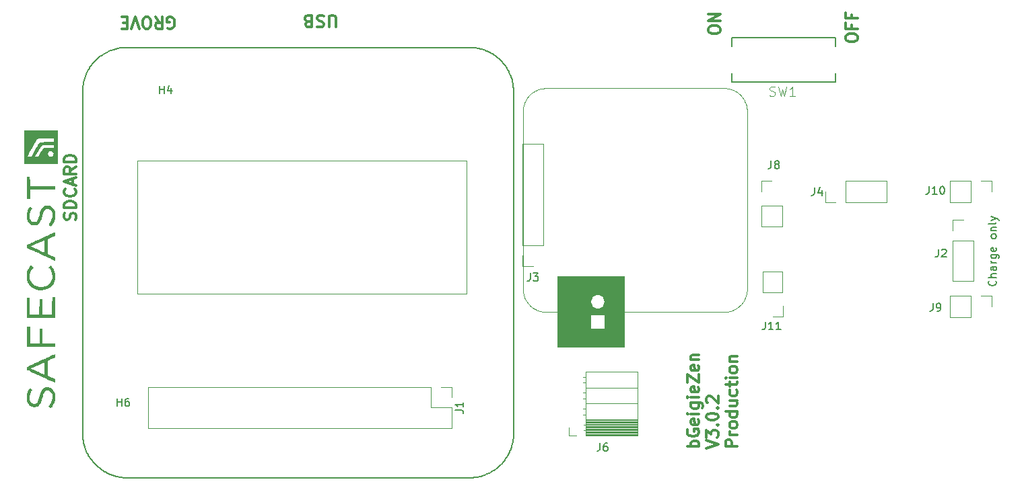
<source format=gto>
G04 #@! TF.GenerationSoftware,KiCad,Pcbnew,8.0.0~rc1-27482ef8a0~176~ubuntu22.04.1*
G04 #@! TF.CreationDate,2024-01-20T19:03:22+09:00*
G04 #@! TF.ProjectId,bGeigieZen V3.0.2 Production,62476569-6769-4655-9a65-6e2056332e30,V3.0.2*
G04 #@! TF.SameCoordinates,Original*
G04 #@! TF.FileFunction,Legend,Top*
G04 #@! TF.FilePolarity,Positive*
%FSLAX46Y46*%
G04 Gerber Fmt 4.6, Leading zero omitted, Abs format (unit mm)*
G04 Created by KiCad (PCBNEW 8.0.0~rc1-27482ef8a0~176~ubuntu22.04.1) date 2024-01-20 19:03:22*
%MOMM*%
%LPD*%
G01*
G04 APERTURE LIST*
%ADD10C,0.078091*%
%ADD11C,0.150176*%
%ADD12C,0.120000*%
%ADD13C,0.300000*%
%ADD14C,0.150000*%
%ADD15C,0.096520*%
%ADD16C,0.000000*%
%ADD17C,0.127000*%
%ADD18R,1.700000X1.700000*%
%ADD19O,1.700000X1.700000*%
%ADD20C,1.879600*%
%ADD21C,3.203200*%
%ADD22C,5.000000*%
%ADD23R,1.350000X1.350000*%
%ADD24O,1.350000X1.350000*%
%ADD25C,2.743200*%
G04 APERTURE END LIST*
D10*
X177473237Y-77476896D02*
X177473237Y-77476896D01*
X153195610Y-77825565D02*
X153195610Y-77825565D01*
X179918751Y-102905457D02*
X179918751Y-102905457D01*
X179313430Y-78558410D02*
X179271456Y-78505145D01*
D11*
X145852280Y-72369967D02*
X145852280Y-72369967D01*
X146619019Y-72543810D02*
X146619019Y-72543810D01*
D10*
X178808180Y-105016830D02*
X178861453Y-104974864D01*
D11*
X97270951Y-74825427D02*
X97270951Y-74825427D01*
X96755661Y-122993884D02*
X96913956Y-123357089D01*
D10*
X152574142Y-104768248D02*
X152574142Y-104768248D01*
X153565265Y-77646395D02*
X153376391Y-77728716D01*
D11*
X101337509Y-126473742D02*
X101467881Y-126486163D01*
D10*
X178346523Y-105310615D02*
X178346523Y-105310615D01*
D11*
X147590653Y-72944247D02*
X147354721Y-72826296D01*
X150545883Y-121401415D02*
X150545883Y-121401415D01*
X148720597Y-125079943D02*
X148913056Y-124899890D01*
D10*
X152230322Y-104345319D02*
X152269058Y-104401821D01*
X152698429Y-78183914D02*
X152698429Y-78183914D01*
D11*
X147705506Y-73006350D02*
X147590653Y-72944247D01*
X150219940Y-75936740D02*
X150219940Y-75936740D01*
X145591522Y-72335818D02*
X145461136Y-72323397D01*
D10*
X177938123Y-77588282D02*
X177871941Y-77567295D01*
D11*
X98667862Y-125449343D02*
X98667862Y-125449343D01*
D10*
X153532988Y-105410694D02*
X153597543Y-105434910D01*
D11*
X97066086Y-75163790D02*
X97003983Y-75278643D01*
X145461136Y-72323397D02*
X145461136Y-72323397D01*
X96535263Y-76501711D02*
X96504196Y-76628985D01*
D10*
X152672595Y-104861868D02*
X152672595Y-104861868D01*
X153166553Y-105228294D02*
X153166553Y-105228294D01*
D11*
X149471817Y-74555361D02*
X149471817Y-74555361D01*
D10*
X153286000Y-105294476D02*
X153286000Y-105294476D01*
X179778317Y-103641531D02*
X179778317Y-103641531D01*
X177675013Y-77515641D02*
X177675013Y-77515641D01*
X154427245Y-77449459D02*
X154291659Y-77462376D01*
D11*
X148670929Y-73686160D02*
X148571595Y-73602358D01*
X150558304Y-77603716D02*
X150552094Y-77473330D01*
D10*
X179921980Y-102836045D02*
X179923599Y-102734348D01*
D11*
X149956085Y-75337618D02*
X149956085Y-75337618D01*
X101731736Y-126501681D02*
X101731736Y-126501681D01*
D10*
X151739600Y-102802140D02*
X151742822Y-102871552D01*
X154022074Y-77507571D02*
X154022074Y-77507571D01*
D11*
X98615097Y-73397463D02*
X98615097Y-73397463D01*
D10*
X152993834Y-105118527D02*
X153050328Y-105155653D01*
X179652411Y-103957914D02*
X179652411Y-103957914D01*
X152551545Y-78327585D02*
X152504731Y-78376010D01*
X179111654Y-104742421D02*
X179111654Y-104742421D01*
D11*
X99338364Y-125865313D02*
X99574295Y-125983279D01*
X96373825Y-77538531D02*
X96367600Y-77672000D01*
D10*
X152480514Y-104668161D02*
X152574142Y-104768248D01*
X153079384Y-77894977D02*
X153021271Y-77933721D01*
D11*
X148099747Y-125561099D02*
X148099747Y-125561099D01*
D10*
X177507133Y-105588262D02*
X177507133Y-105588262D01*
D11*
X100058548Y-126181948D02*
X100058548Y-126181948D01*
D10*
X152104416Y-78929684D02*
X152072122Y-78989408D01*
X151836449Y-103476880D02*
X151836449Y-103476880D01*
X177541030Y-77488195D02*
X177541030Y-77488195D01*
D11*
X101011551Y-72379275D02*
X101011551Y-72379275D01*
D10*
X179227872Y-78453491D02*
X179227872Y-78453491D01*
D11*
X98996903Y-125669741D02*
X99108658Y-125738040D01*
D10*
X152698429Y-78183914D02*
X152598359Y-78277542D01*
X177235945Y-105620547D02*
X177235945Y-105620547D01*
X153286000Y-105294476D02*
X153408685Y-105355818D01*
D11*
X147416809Y-125955340D02*
X147531678Y-125896350D01*
X145591522Y-72335818D02*
X145591522Y-72335818D01*
D10*
X179111654Y-104742421D02*
X179158468Y-104693988D01*
X179652411Y-103957914D02*
X179679849Y-103896572D01*
D11*
X98065628Y-124943347D02*
X98065628Y-124943347D01*
D10*
X153470019Y-105383256D02*
X153532988Y-105410694D01*
D11*
X148208390Y-125486590D02*
X148313935Y-125412097D01*
X100561447Y-126334048D02*
X100561447Y-126334048D01*
X148621262Y-125166857D02*
X148720597Y-125079943D01*
D10*
X154291659Y-77462376D02*
X154291659Y-77462376D01*
X151791254Y-103278334D02*
X151791254Y-103278334D01*
X178130219Y-77659304D02*
X178065647Y-77635096D01*
D11*
X150043000Y-123295001D02*
X150043000Y-123295001D01*
D10*
X154325556Y-105610859D02*
X154393349Y-105617318D01*
X179064840Y-104792456D02*
X179064840Y-104792456D01*
X152435319Y-104616507D02*
X152480514Y-104668161D01*
X152122158Y-104170989D02*
X152156054Y-104229102D01*
X152307795Y-104456705D02*
X152349769Y-104511588D01*
D11*
X149586670Y-124092791D02*
X149586670Y-124092791D01*
D10*
X154564450Y-77443000D02*
X154564450Y-77443000D01*
D11*
X149862946Y-123645785D02*
X149925034Y-123530917D01*
D10*
X178034980Y-105447828D02*
X178097933Y-105423611D01*
D11*
X96709091Y-122872820D02*
X96709091Y-122872820D01*
X96367600Y-77672000D02*
X96367600Y-77672000D01*
X148770264Y-73776187D02*
X148770264Y-73776187D01*
D10*
X153988178Y-105554365D02*
X154055971Y-105568885D01*
D11*
X149620819Y-74769549D02*
X149620819Y-74769549D01*
D10*
X151896181Y-103673817D02*
X151896181Y-103673817D01*
X151749280Y-80096749D02*
X151744440Y-80164550D01*
D11*
X100309983Y-126265750D02*
X100434189Y-126299899D01*
X150561402Y-121137560D02*
X150561402Y-121137560D01*
D10*
X153889726Y-77539849D02*
X153889726Y-77539849D01*
D11*
X148571595Y-73602358D02*
X148469147Y-73518542D01*
X96376938Y-121336230D02*
X96401779Y-121596987D01*
D10*
X179271456Y-78505145D02*
X179271456Y-78505145D01*
X178669357Y-77951479D02*
X178669357Y-77951479D01*
X179921980Y-102836045D02*
X179921980Y-102836045D01*
X179755719Y-103706094D02*
X179778317Y-103641531D01*
X152801738Y-78095142D02*
X152750099Y-78138719D01*
X179374764Y-104429259D02*
X179374764Y-104429259D01*
D11*
X98357437Y-125207217D02*
X98459885Y-125291033D01*
X147416809Y-125955340D02*
X147416809Y-125955340D01*
X96972946Y-123471942D02*
X96972946Y-123471942D01*
X148313935Y-125412097D02*
X148313935Y-125412097D01*
X149509064Y-124201434D02*
X149586670Y-124092791D01*
X98307785Y-73642703D02*
X98208420Y-73729617D01*
D10*
X179720204Y-79268665D02*
X179637883Y-79079807D01*
X178938934Y-78161317D02*
X178887280Y-78117740D01*
D11*
X146991532Y-72674197D02*
X146870468Y-72627627D01*
X149862946Y-123645785D02*
X149862946Y-123645785D01*
D10*
X179884854Y-79859465D02*
X179871944Y-79791664D01*
D11*
X146494858Y-72509661D02*
X146494858Y-72509661D01*
X150499329Y-121792544D02*
X150499329Y-121792544D01*
D10*
X179834819Y-103444595D02*
X179850958Y-103378412D01*
D11*
X99875412Y-72695925D02*
X99875412Y-72695925D01*
D10*
X152269058Y-104401821D02*
X152269058Y-104401821D01*
D11*
X101663437Y-72310992D02*
X101533066Y-72317202D01*
X96463852Y-121988116D02*
X96488694Y-122115389D01*
D10*
X178834007Y-78074155D02*
X178780743Y-78032189D01*
X152750099Y-78138719D02*
X152698429Y-78183914D01*
X179039013Y-78254944D02*
X178990588Y-78208130D01*
X152055983Y-104049923D02*
X152088261Y-104111265D01*
D11*
X98720627Y-73322970D02*
X98720627Y-73322970D01*
X148521927Y-125250674D02*
X148521927Y-125250674D01*
X98996903Y-125669741D02*
X98996903Y-125669741D01*
X99813340Y-126088809D02*
X99813340Y-126088809D01*
D10*
X151763801Y-79961163D02*
X151763801Y-79961163D01*
D11*
X100688706Y-126365100D02*
X100688706Y-126365100D01*
X150555191Y-121271044D02*
X150561402Y-121137560D01*
X145461136Y-72323397D02*
X145330765Y-72314089D01*
D10*
X179524886Y-104200045D02*
X179524886Y-104200045D01*
X178002695Y-77610880D02*
X177938123Y-77588282D01*
D11*
X101927292Y-126504778D02*
X145132096Y-126504778D01*
D10*
X177905845Y-105491404D02*
X177905845Y-105491404D01*
X179917140Y-80130645D02*
X179917140Y-80130645D01*
D11*
X97618637Y-124462191D02*
X97618637Y-124462191D01*
X146429673Y-126318530D02*
X146429673Y-126318530D01*
X145132096Y-126504778D02*
X145265579Y-126498568D01*
D10*
X154291659Y-77462376D02*
X154156058Y-77481736D01*
X178130219Y-77659304D02*
X178130219Y-77659304D01*
X179471622Y-78782784D02*
X179432877Y-78724679D01*
D11*
X149183121Y-124611193D02*
X149183121Y-124611193D01*
D10*
X179064840Y-104792456D02*
X179111654Y-104742421D01*
D11*
X145265579Y-126498568D02*
X145265579Y-126498568D01*
X96488694Y-122115389D02*
X96488694Y-122115389D01*
X149350754Y-124409426D02*
X149431458Y-124306979D01*
X97342331Y-74716769D02*
X97342331Y-74716769D01*
D10*
X152191569Y-104287214D02*
X152191569Y-104287214D01*
X177269842Y-77452680D02*
X177202049Y-77447840D01*
X153532988Y-105410694D02*
X153532988Y-105410694D01*
D11*
X98459885Y-125291033D02*
X98562302Y-125371737D01*
D10*
X177541030Y-77488195D02*
X177473237Y-77476896D01*
X178034980Y-105447828D02*
X178034980Y-105447828D01*
D11*
X150148545Y-123055972D02*
X150148545Y-123055972D01*
D10*
X152855010Y-78053168D02*
X152855010Y-78053168D01*
X153725068Y-105481724D02*
X153791242Y-105502703D01*
X179637883Y-79079807D02*
X179637883Y-79079807D01*
X178583807Y-105175021D02*
X178583807Y-105175021D01*
X152328774Y-78585856D02*
X152328774Y-78585856D01*
X179826741Y-79593126D02*
X179826741Y-79593126D01*
X179799304Y-103575349D02*
X179799304Y-103575349D01*
D11*
X98667862Y-125449343D02*
X98776505Y-125526949D01*
D10*
X151896181Y-103673817D02*
X151918779Y-103738380D01*
X152457917Y-78427664D02*
X152457917Y-78427664D01*
X152624178Y-104815054D02*
X152624178Y-104815054D01*
D11*
X101076737Y-126439593D02*
X101076737Y-126439593D01*
D10*
X177269842Y-77452680D02*
X177269842Y-77452680D01*
D11*
X148959626Y-73956240D02*
X148863388Y-73866213D01*
D10*
X179374764Y-104429259D02*
X179415120Y-104372765D01*
D11*
X98357437Y-125207217D02*
X98357437Y-125207217D01*
X100561447Y-126334048D02*
X100688706Y-126365100D01*
X100120652Y-72605898D02*
X100120652Y-72605898D01*
X96643906Y-76122988D02*
X96643906Y-76122988D01*
D10*
X153855829Y-105520461D02*
X153922004Y-105538218D01*
D11*
X96395554Y-77277773D02*
X96395554Y-77277773D01*
X149828812Y-75104800D02*
X149763611Y-74993044D01*
X147531678Y-125896350D02*
X147649628Y-125834261D01*
X150095764Y-123177035D02*
X150148545Y-123055972D01*
D10*
X178065647Y-77635096D02*
X178002695Y-77610880D01*
X179292443Y-104537415D02*
X179292443Y-104537415D01*
X153316675Y-77759383D02*
X153316675Y-77759383D01*
X152370748Y-78532591D02*
X152370748Y-78532591D01*
D11*
X150325486Y-122559298D02*
X150325486Y-122559298D01*
X149266938Y-124511859D02*
X149350754Y-124409426D01*
D10*
X177641116Y-105562435D02*
X177773481Y-105530149D01*
D11*
X148261170Y-73360232D02*
X148261170Y-73360232D01*
D10*
X179574930Y-78958741D02*
X179541033Y-78899009D01*
X152072122Y-78989408D02*
X152072122Y-78989408D01*
D11*
X148419480Y-125331378D02*
X148419480Y-125331378D01*
X150303757Y-76185092D02*
X150263397Y-76060916D01*
X96370713Y-121205844D02*
X96376938Y-121336230D01*
X97578263Y-74400149D02*
X97578263Y-74400149D01*
D10*
X179850958Y-103378412D02*
X179865486Y-103310619D01*
X154393349Y-105617318D02*
X154461142Y-105622158D01*
D11*
X150452759Y-122050204D02*
X150477585Y-121922930D01*
D10*
X152937339Y-105078172D02*
X152937339Y-105078172D01*
D11*
X146808380Y-126203677D02*
X146932556Y-126160220D01*
X146619019Y-72543810D02*
X146494858Y-72509661D01*
X150241669Y-122810732D02*
X150241669Y-122810732D01*
X149586670Y-124092791D02*
X149658066Y-123984149D01*
X98258103Y-125123400D02*
X98357437Y-125207217D01*
D10*
X152964777Y-77972458D02*
X152909902Y-78011194D01*
D11*
X100819077Y-126393023D02*
X100819077Y-126393023D01*
D10*
X177473237Y-77476896D02*
X177405436Y-77467216D01*
X179878395Y-103244437D02*
X179878395Y-103244437D01*
D11*
X97969406Y-124853335D02*
X97969406Y-124853335D01*
X99338364Y-125865313D02*
X99338364Y-125865313D01*
D10*
X178861453Y-104974864D02*
X178861453Y-104974864D01*
X154495038Y-77446229D02*
X154427245Y-77449459D01*
X151778337Y-103210541D02*
X151791254Y-103278334D01*
X153757345Y-77578594D02*
X153692790Y-77599581D01*
D11*
X100881180Y-72404116D02*
X100881180Y-72404116D01*
X97925949Y-74005908D02*
X97835923Y-74099032D01*
D10*
X153889726Y-77539849D02*
X153757345Y-77578594D01*
X177202049Y-77447840D02*
X177132637Y-77444619D01*
D11*
X145656708Y-126467532D02*
X145656708Y-126467532D01*
D10*
X179591069Y-104080590D02*
X179591069Y-104080590D01*
D11*
X100182724Y-126225405D02*
X100182724Y-126225405D01*
X97131272Y-75048922D02*
X97131272Y-75048922D01*
X97835923Y-74099032D02*
X97745896Y-74198367D01*
D10*
X153565265Y-77646395D02*
X153565265Y-77646395D01*
D11*
X149310395Y-74347369D02*
X149226578Y-74248034D01*
D10*
X154088265Y-77494654D02*
X154022074Y-77507571D01*
D11*
X98307785Y-73642703D02*
X98307785Y-73642703D01*
X148621262Y-125166857D02*
X148621262Y-125166857D01*
X98562302Y-125371737D02*
X98562302Y-125371737D01*
X96972946Y-123471942D02*
X97035019Y-123589907D01*
X150533463Y-121531787D02*
X150533463Y-121531787D01*
X99223496Y-125803225D02*
X99223496Y-125803225D01*
D10*
X179679849Y-103896572D02*
X179707294Y-103833619D01*
D11*
X149471817Y-74555361D02*
X149391114Y-74449801D01*
X149956085Y-75337618D02*
X149893997Y-75219668D01*
X96709091Y-122872820D02*
X96755661Y-122993884D01*
D10*
X153791242Y-105502703D02*
X153791242Y-105502703D01*
D11*
X100244797Y-72565539D02*
X100120652Y-72605898D01*
X150564514Y-77737200D02*
X150558304Y-77603716D01*
X99052780Y-73105685D02*
X99052780Y-73105685D01*
D10*
X151784795Y-79825561D02*
X151773497Y-79893362D01*
X177607212Y-77501113D02*
X177607212Y-77501113D01*
X152349769Y-104511588D02*
X152391742Y-104564853D01*
D11*
X150499329Y-121792544D02*
X150517945Y-121662173D01*
X96367600Y-77672000D02*
X96364517Y-77867587D01*
D10*
X179913910Y-102973250D02*
X179913910Y-102973250D01*
X179292443Y-104537415D02*
X179334409Y-104484142D01*
D11*
X98509537Y-73478182D02*
X98407090Y-73558901D01*
X146047837Y-126405444D02*
X146047837Y-126405444D01*
X149431458Y-124306979D02*
X149431458Y-124306979D01*
X149695328Y-74881289D02*
X149620819Y-74769549D01*
X149828812Y-75104800D02*
X149828812Y-75104800D01*
D10*
X178496637Y-77841712D02*
X178496637Y-77841712D01*
D11*
X96550766Y-122369937D02*
X96625260Y-122624484D01*
X148770264Y-73776187D02*
X148670929Y-73686160D01*
X147987992Y-125635592D02*
X147987992Y-125635592D01*
X96488694Y-122115389D02*
X96550766Y-122369937D01*
X97382706Y-124148669D02*
X97457199Y-124254214D01*
D10*
X179850958Y-103378412D02*
X179850958Y-103378412D01*
X179637883Y-79079807D02*
X179607215Y-79020075D01*
X179541033Y-78899009D02*
X179507129Y-78840897D01*
X152173827Y-78811840D02*
X152138312Y-78869953D01*
D11*
X96550766Y-122369937D02*
X96550766Y-122369937D01*
X150527252Y-77212588D02*
X150490006Y-76951830D01*
D10*
X179817061Y-103510777D02*
X179817061Y-103510777D01*
X177371539Y-105607630D02*
X177371539Y-105607630D01*
D11*
X96364517Y-121072360D02*
X96370713Y-121205844D01*
X150452759Y-122050204D02*
X150452759Y-122050204D01*
X150490006Y-76951830D02*
X150490006Y-76951830D01*
D10*
X177905845Y-105491404D02*
X177970409Y-105470425D01*
X179271456Y-78505145D02*
X179227872Y-78453491D01*
X179415120Y-104372765D02*
X179415120Y-104372765D01*
X153166553Y-105228294D02*
X153226269Y-105262191D01*
D11*
X148043869Y-73211215D02*
X147932114Y-73139819D01*
D10*
X151931696Y-79300951D02*
X151907480Y-79363904D01*
X179182676Y-78401837D02*
X179182676Y-78401837D01*
X152672595Y-104861868D02*
X152724264Y-104908682D01*
D11*
X150465180Y-76821444D02*
X150465180Y-76821444D01*
D10*
X151741203Y-80233953D02*
X151739600Y-80335659D01*
D11*
X97308213Y-124040011D02*
X97382706Y-124148669D01*
D10*
X178698414Y-105097540D02*
X178698414Y-105097540D01*
X154461142Y-105622158D02*
X154461142Y-105622158D01*
D11*
X99996475Y-72649355D02*
X99996475Y-72649355D01*
X149431458Y-124306979D02*
X149509064Y-124201434D01*
X149620819Y-74769549D02*
X149546326Y-74660891D01*
D10*
X179778317Y-103641531D02*
X179799304Y-103575349D01*
X179471622Y-78782784D02*
X179471622Y-78782784D01*
D11*
X96364517Y-77867587D02*
X96364517Y-77867587D01*
D10*
X154122161Y-105581803D02*
X154122161Y-105581803D01*
D11*
X148152512Y-73282626D02*
X148152512Y-73282626D01*
D10*
X153376391Y-77728716D02*
X153376391Y-77728716D01*
D11*
X99937485Y-126135378D02*
X100058548Y-126181948D01*
X149391114Y-74449801D02*
X149310395Y-74347369D01*
X147932114Y-73139819D02*
X147820359Y-73071536D01*
D10*
X151758976Y-103074947D02*
X151778337Y-103210541D01*
D11*
X97199570Y-74937167D02*
X97199570Y-74937167D01*
X96370713Y-121205844D02*
X96370713Y-121205844D01*
D10*
X151755739Y-80028956D02*
X151749280Y-80096749D01*
D11*
X96665634Y-122748660D02*
X96709091Y-122872820D01*
D10*
X179767018Y-79396190D02*
X179744420Y-79331618D01*
X179917140Y-80130645D02*
X179904222Y-79995059D01*
D11*
X96625260Y-122624484D02*
X96665634Y-122748660D01*
X100688706Y-126365100D02*
X100819077Y-126393023D01*
D10*
X179607215Y-79020075D02*
X179574930Y-78958741D01*
D11*
X146429673Y-126318530D02*
X146684220Y-126244021D01*
X100819077Y-126393023D02*
X100946366Y-126417864D01*
D10*
X151804172Y-103344516D02*
X151836449Y-103476880D01*
D11*
X149925034Y-123530917D02*
X150043000Y-123295001D01*
X146932556Y-126160220D02*
X147053620Y-126113650D01*
X98158737Y-125033373D02*
X98158737Y-125033373D01*
X98407090Y-73558901D02*
X98407090Y-73558901D01*
X150555191Y-121271044D02*
X150555191Y-121271044D01*
D10*
X179731503Y-103769055D02*
X179755719Y-103706094D01*
D11*
X98065628Y-124943347D02*
X98158737Y-125033373D01*
X150558304Y-77603716D02*
X150558304Y-77603716D01*
X150552094Y-77473330D02*
X150527252Y-77212588D01*
X101076737Y-126439593D02*
X101207138Y-126458224D01*
X150359635Y-122435122D02*
X150359635Y-122435122D01*
X97233689Y-123928271D02*
X97308213Y-124040011D01*
X146991532Y-72674197D02*
X146991532Y-72674197D01*
X98562302Y-125371737D02*
X98667862Y-125449343D01*
D10*
X151791254Y-103278334D02*
X151804172Y-103344516D01*
X179205274Y-104642334D02*
X179205274Y-104642334D01*
X179524886Y-104200045D02*
X179558783Y-104140322D01*
X154156058Y-77481736D02*
X154156058Y-77481736D01*
D11*
X145395951Y-126492373D02*
X145656708Y-126467532D01*
X97835923Y-74099032D02*
X97835923Y-74099032D01*
D10*
X152288434Y-78640739D02*
X152288434Y-78640739D01*
X178286792Y-105341290D02*
X178286792Y-105341290D01*
X177371539Y-105607630D02*
X177507133Y-105588262D01*
X153021271Y-77933721D02*
X152964777Y-77972458D01*
X179904222Y-79995059D02*
X179904222Y-79995059D01*
X151983334Y-79173427D02*
X151983334Y-79173427D01*
X179923599Y-102734348D02*
X179923599Y-80267858D01*
D11*
X148261170Y-73360232D02*
X148152512Y-73282626D01*
D10*
X151875186Y-103609245D02*
X151875186Y-103609245D01*
D11*
X147764481Y-125769076D02*
X147764481Y-125769076D01*
X96383133Y-77408145D02*
X96383133Y-77408145D01*
D10*
X178990588Y-78208130D02*
X178990588Y-78208130D01*
D11*
X150564514Y-120941989D02*
X150564514Y-77737200D01*
D10*
X152072122Y-78989408D02*
X152010788Y-79112084D01*
D11*
X98015976Y-73909670D02*
X97925949Y-74005908D01*
D10*
X154257763Y-105602790D02*
X154257763Y-105602790D01*
D11*
X146175125Y-126380618D02*
X146429673Y-126318530D01*
D10*
X153376391Y-77728716D02*
X153316675Y-77759383D01*
X178913107Y-104931279D02*
X178964761Y-104886084D01*
D11*
X146746292Y-72584170D02*
X146619019Y-72543810D01*
X100946366Y-126417864D02*
X100946366Y-126417864D01*
D10*
X178641919Y-105136285D02*
X178698414Y-105097540D01*
D11*
X146684220Y-126244021D02*
X146684220Y-126244021D01*
D10*
X178583807Y-105175021D02*
X178641919Y-105136285D01*
X152435319Y-104616507D02*
X152435319Y-104616507D01*
D11*
X96439011Y-121857745D02*
X96463852Y-121988116D01*
X96569382Y-76374438D02*
X96569382Y-76374438D01*
X100434189Y-126299899D02*
X100434189Y-126299899D01*
D10*
X151749280Y-80096749D02*
X151749280Y-80096749D01*
X154189954Y-105593102D02*
X154189954Y-105593102D01*
X152775918Y-104952266D02*
X152829191Y-104995851D01*
D11*
X97165390Y-123816516D02*
X97233689Y-123928271D01*
D10*
X151744440Y-80164550D02*
X151741203Y-80233953D01*
D11*
X146240311Y-72444476D02*
X146240311Y-72444476D01*
D10*
X179923599Y-80267858D02*
X179923599Y-80267858D01*
X152504731Y-78376010D02*
X152504731Y-78376010D01*
D11*
X98258103Y-125123400D02*
X98258103Y-125123400D01*
X147053620Y-126113650D02*
X147416809Y-125955340D01*
D10*
X178407858Y-105278329D02*
X178467581Y-105244433D01*
D11*
X149546326Y-74660891D02*
X149471817Y-74555361D01*
D10*
X153692790Y-77599581D02*
X153692790Y-77599581D01*
D11*
X101272324Y-72342043D02*
X101272324Y-72342043D01*
D10*
X179558783Y-104140322D02*
X179558783Y-104140322D01*
D11*
X96833237Y-75632525D02*
X96780472Y-75753588D01*
X97165390Y-123816516D02*
X97165390Y-123816516D01*
X100499375Y-72491030D02*
X100499375Y-72491030D01*
D10*
X154632243Y-105626998D02*
X154632243Y-105626998D01*
X152414340Y-78479318D02*
X152414340Y-78479318D01*
X179607215Y-79020075D02*
X179607215Y-79020075D01*
X179489379Y-104258158D02*
X179524886Y-104200045D01*
X179558783Y-104140322D02*
X179591069Y-104080590D01*
D11*
X147053620Y-126113650D02*
X147053620Y-126113650D01*
D10*
X152104416Y-78929684D02*
X152104416Y-78929684D01*
X152210945Y-78753735D02*
X152210945Y-78753735D01*
D11*
X101731736Y-126501681D02*
X101927292Y-126504778D01*
D10*
X179394141Y-78668177D02*
X179394141Y-78668177D01*
X153050328Y-105155653D02*
X153108440Y-105192779D01*
D11*
X101533066Y-72317202D02*
X101533066Y-72317202D01*
X97382706Y-124148669D02*
X97382706Y-124148669D01*
D10*
X179859027Y-79725490D02*
X179859027Y-79725490D01*
D11*
X96364517Y-77867587D02*
X96364517Y-121072360D01*
D12*
X156032971Y-101130344D02*
X164414971Y-101130344D01*
X164414971Y-110020344D01*
X156032971Y-110020344D01*
X156032971Y-101130344D01*
G36*
X156032971Y-101130344D02*
G01*
X164414971Y-101130344D01*
X164414971Y-110020344D01*
X156032971Y-110020344D01*
X156032971Y-101130344D01*
G37*
D10*
X177641116Y-105562435D02*
X177641116Y-105562435D01*
D11*
X97035019Y-123589907D02*
X97035019Y-123589907D01*
D10*
X153021271Y-77933721D02*
X153021271Y-77933721D01*
D11*
X146932556Y-126160220D02*
X146932556Y-126160220D01*
X148670929Y-73686160D02*
X148670929Y-73686160D01*
D10*
X177607212Y-77501113D02*
X177541030Y-77488195D01*
X151836449Y-103476880D02*
X151875186Y-103609245D01*
D11*
X96401779Y-121596987D02*
X96439011Y-121857745D01*
D10*
X179744420Y-79331618D02*
X179744420Y-79331618D01*
D11*
X149729477Y-123872393D02*
X149729477Y-123872393D01*
X147236771Y-72773532D02*
X147236771Y-72773532D01*
D10*
X177030940Y-77443000D02*
X154564450Y-77443000D01*
D11*
X149893997Y-75219668D02*
X149893997Y-75219668D01*
D10*
X152055983Y-104049923D02*
X152055983Y-104049923D01*
X178753297Y-105058804D02*
X178753297Y-105058804D01*
X151955897Y-79236379D02*
X151931696Y-79300951D01*
D11*
X96665634Y-122748660D02*
X96665634Y-122748660D01*
D10*
X151931696Y-79300951D02*
X151931696Y-79300951D01*
D11*
X96780472Y-75753588D02*
X96733933Y-75877764D01*
D10*
X151746059Y-102939353D02*
X151746059Y-102939353D01*
D11*
X97789353Y-124660861D02*
X97969406Y-124853335D01*
D10*
X178554750Y-77877219D02*
X178554750Y-77877219D01*
D11*
X150015061Y-75452487D02*
X149956085Y-75337618D01*
X96439011Y-121857745D02*
X96439011Y-121857745D01*
D10*
X178286792Y-105341290D02*
X178346523Y-105310615D01*
D11*
X147354721Y-72826296D02*
X147354721Y-72826296D01*
X149729477Y-123872393D02*
X149797760Y-123760638D01*
D10*
X178641919Y-105136285D02*
X178641919Y-105136285D01*
D11*
X148313935Y-125412097D02*
X148419480Y-125331378D01*
D10*
X177970409Y-105470425D02*
X177970409Y-105470425D01*
X177773481Y-105530149D02*
X177905845Y-105491404D01*
X152750099Y-78138719D02*
X152750099Y-78138719D01*
X151778337Y-103210541D02*
X151778337Y-103210541D01*
X178254506Y-77714188D02*
X178193172Y-77686750D01*
X178554750Y-77877219D02*
X178496637Y-77841712D01*
D11*
X148469147Y-73518542D02*
X148366715Y-73437838D01*
X97066086Y-75163790D02*
X97066086Y-75163790D01*
D10*
X177132637Y-77444619D02*
X177132637Y-77444619D01*
X179248859Y-104590680D02*
X179292443Y-104537415D01*
D11*
X150440338Y-76694186D02*
X150440338Y-76694186D01*
X150564514Y-77737200D02*
X150564514Y-77737200D01*
X150477585Y-121922930D02*
X150477585Y-121922930D01*
D10*
X154122161Y-105581803D02*
X154189954Y-105593102D01*
D11*
X150285126Y-122686572D02*
X150325486Y-122559298D01*
D10*
X152598359Y-78277542D02*
X152551545Y-78327585D01*
X178964761Y-104886084D02*
X178964761Y-104886084D01*
X179744420Y-79331618D02*
X179720204Y-79268665D01*
X151955897Y-79236379D02*
X151955897Y-79236379D01*
D11*
X99813340Y-126088809D02*
X99937485Y-126135378D01*
X96625260Y-122624484D02*
X96625260Y-122624484D01*
D10*
X153079384Y-77894977D02*
X153079384Y-77894977D01*
X152307795Y-104456705D02*
X152307795Y-104456705D01*
D11*
X97662094Y-74297701D02*
X97578263Y-74400149D01*
X96451432Y-76886630D02*
X96429703Y-77017016D01*
X98509537Y-73478182D02*
X98509537Y-73478182D01*
X147590653Y-72944247D02*
X147590653Y-72944247D01*
D10*
X153922004Y-105538218D02*
X153988178Y-105554365D01*
D11*
X97745896Y-74198367D02*
X97662094Y-74297701D01*
X96504196Y-76628985D02*
X96476242Y-76759371D01*
X147705506Y-73006350D02*
X147705506Y-73006350D01*
D10*
X178407858Y-105278329D02*
X178407858Y-105278329D01*
D11*
X150359635Y-122435122D02*
X150393784Y-122307849D01*
D10*
X152230322Y-104345319D02*
X152230322Y-104345319D01*
D12*
X103225600Y-86562000D02*
X144627600Y-86562000D01*
X144627600Y-103326000D01*
X103225600Y-103326000D01*
X103225600Y-86562000D01*
D11*
X150477585Y-121922930D02*
X150499329Y-121792544D01*
D10*
X151942995Y-103801333D02*
X151942995Y-103801333D01*
D11*
X150527252Y-77212588D02*
X150527252Y-77212588D01*
D10*
X177773481Y-105530149D02*
X177773481Y-105530149D01*
D11*
X150173371Y-75815676D02*
X150173371Y-75815676D01*
D10*
X154189954Y-105593102D02*
X154257763Y-105602790D01*
X177938123Y-77588282D02*
X177938123Y-77588282D01*
X152775918Y-104952266D02*
X152775918Y-104952266D01*
D11*
X150490006Y-76951830D02*
X150465180Y-76821444D01*
X145395951Y-126492373D02*
X145395951Y-126492373D01*
D10*
X153137497Y-77859470D02*
X153137497Y-77859470D01*
X151828388Y-79625403D02*
X151828388Y-79625403D01*
D11*
X96411057Y-77147402D02*
X96395554Y-77277773D01*
D10*
X178525694Y-105210536D02*
X178583807Y-105175021D01*
X151755739Y-80028956D02*
X151755739Y-80028956D01*
X177337643Y-77459139D02*
X177269842Y-77452680D01*
D11*
X97003983Y-75278643D02*
X97003983Y-75278643D01*
D10*
X179574930Y-78958741D02*
X179574930Y-78958741D01*
D11*
X99996475Y-72649355D02*
X99875412Y-72695925D01*
X146367584Y-72475512D02*
X146367584Y-72475512D01*
X96451432Y-76886630D02*
X96451432Y-76886630D01*
D10*
X154156058Y-77481736D02*
X154088265Y-77494654D01*
X178496637Y-77841712D02*
X178436914Y-77807816D01*
X152248063Y-78697233D02*
X152248063Y-78697233D01*
X179731503Y-103769055D02*
X179731503Y-103769055D01*
X178525694Y-105210536D02*
X178525694Y-105210536D01*
X178467581Y-105244433D02*
X178467581Y-105244433D01*
X178612863Y-77914345D02*
X178612863Y-77914345D01*
X177574926Y-105575344D02*
X177574926Y-105575344D01*
X152391742Y-104564853D02*
X152391742Y-104564853D01*
X151744440Y-80164550D02*
X151744440Y-80164550D01*
D11*
X97035019Y-123589907D02*
X97100205Y-123704760D01*
D10*
X154495038Y-77446229D02*
X154495038Y-77446229D01*
X152138312Y-78869953D02*
X152104416Y-78929684D01*
X151746059Y-102939353D02*
X151758976Y-103074947D01*
X178097933Y-105423611D02*
X178286792Y-105341290D01*
D11*
X145982651Y-72391696D02*
X145982651Y-72391696D01*
D10*
X177235945Y-105620547D02*
X177371539Y-105607630D01*
D11*
X96383133Y-77408145D02*
X96373825Y-77538531D01*
X145330765Y-72314089D02*
X145330765Y-72314089D01*
X147876236Y-125703890D02*
X147876236Y-125703890D01*
D10*
X179755719Y-103706094D02*
X179755719Y-103706094D01*
D11*
X147764481Y-125769076D02*
X147876236Y-125703890D01*
D10*
X179089056Y-78301758D02*
X179039013Y-78254944D01*
X152829191Y-104995851D02*
X152829191Y-104995851D01*
X179907452Y-103041042D02*
X179913910Y-102973250D01*
D11*
X96535263Y-76501711D02*
X96535263Y-76501711D01*
X97003983Y-75278643D02*
X96886032Y-75514559D01*
X99108658Y-125738040D02*
X99108658Y-125738040D01*
D10*
X152882448Y-105037817D02*
X152882448Y-105037817D01*
X179767018Y-79396190D02*
X179767018Y-79396190D01*
X153408685Y-105355818D02*
X153470019Y-105383256D01*
D11*
X148863388Y-73866213D02*
X148770264Y-73776187D01*
X97308213Y-124040011D02*
X97308213Y-124040011D01*
X96476242Y-76759371D02*
X96451432Y-76886630D01*
D10*
X177337643Y-77459139D02*
X177337643Y-77459139D01*
D11*
X101796921Y-72304782D02*
X101796921Y-72304782D01*
D10*
X179871944Y-79791664D02*
X179871944Y-79791664D01*
D11*
X149226578Y-74248034D02*
X149139664Y-74148699D01*
X96411057Y-77147402D02*
X96411057Y-77147402D01*
D10*
X153195610Y-77825565D02*
X153137497Y-77859470D01*
D11*
X146240311Y-72444476D02*
X146109925Y-72416537D01*
D10*
X179089056Y-78301758D02*
X179089056Y-78301758D01*
X179907452Y-103041042D02*
X179907452Y-103041042D01*
D11*
X96780472Y-75753588D02*
X96780472Y-75753588D01*
D10*
X154325556Y-105610859D02*
X154325556Y-105610859D01*
D11*
X148720597Y-125079943D02*
X148720597Y-125079943D01*
X97789353Y-124660861D02*
X97789353Y-124660861D01*
D10*
X178834007Y-78074155D02*
X178834007Y-78074155D01*
X177741195Y-77531780D02*
X177675013Y-77515641D01*
X153316675Y-77759383D02*
X153255341Y-77791669D01*
D11*
X98829270Y-73248477D02*
X98720627Y-73322970D01*
D10*
X179158468Y-104693988D02*
X179205274Y-104642334D01*
X152391742Y-104564853D02*
X152435319Y-104616507D01*
D11*
X147932114Y-73139819D02*
X147932114Y-73139819D01*
D10*
X151758976Y-103074947D02*
X151758976Y-103074947D01*
D11*
X149093109Y-124710528D02*
X149183121Y-124611193D01*
X96569382Y-76374438D02*
X96535263Y-76501711D01*
D10*
X153470019Y-105383256D02*
X153470019Y-105383256D01*
D11*
X97457199Y-124254214D02*
X97457199Y-124254214D01*
X146175125Y-126380618D02*
X146175125Y-126380618D01*
X149139664Y-74148699D02*
X148959626Y-73956240D01*
D10*
X152598359Y-78277542D02*
X152598359Y-78277542D01*
X154632243Y-105626998D02*
X177098741Y-105626998D01*
X152801738Y-78095142D02*
X152801738Y-78095142D01*
D11*
X150195099Y-122931811D02*
X150241669Y-122810732D01*
D10*
X178913107Y-104931279D02*
X178913107Y-104931279D01*
D11*
X146109925Y-72416537D02*
X146109925Y-72416537D01*
X148959626Y-73956240D02*
X148959626Y-73956240D01*
D10*
X177807377Y-77549537D02*
X177741195Y-77531780D01*
D11*
X96643906Y-76122988D02*
X96603531Y-76250277D01*
D10*
X178065647Y-77635096D02*
X178065647Y-77635096D01*
X151875186Y-103609245D02*
X151896181Y-103673817D01*
D11*
X149695328Y-74881289D02*
X149695328Y-74881289D01*
D10*
X153628218Y-77622178D02*
X153565265Y-77646395D01*
D11*
X96395554Y-77277773D02*
X96383133Y-77408145D01*
X98776505Y-125526949D02*
X98776505Y-125526949D01*
D10*
X178002695Y-77610880D02*
X178002695Y-77610880D01*
D11*
X147820359Y-73071536D02*
X147820359Y-73071536D01*
X149350754Y-124409426D02*
X149350754Y-124409426D01*
D10*
X178887280Y-78117740D02*
X178834007Y-78074155D01*
X178861453Y-104974864D02*
X178913107Y-104931279D01*
D11*
X100946366Y-126417864D02*
X101076737Y-126439593D01*
D10*
X152909902Y-78011194D02*
X152855010Y-78053168D01*
X179834819Y-103444595D02*
X179834819Y-103444595D01*
D11*
X99574295Y-125983279D02*
X99574295Y-125983279D01*
X150378250Y-76439639D02*
X150303757Y-76185092D01*
D10*
X177405436Y-77467216D02*
X177405436Y-77467216D01*
X178346523Y-105310615D02*
X178407858Y-105278329D01*
D11*
X99937485Y-126135378D02*
X99937485Y-126135378D01*
D10*
X178436914Y-77807816D02*
X178377190Y-77775522D01*
D11*
X98208420Y-73729617D02*
X98208420Y-73729617D01*
D10*
X152414340Y-78479318D02*
X152370748Y-78532591D01*
D11*
X97497544Y-74502581D02*
X97497544Y-74502581D01*
D10*
X151784795Y-79825561D02*
X151784795Y-79825561D01*
D11*
X149093109Y-124710528D02*
X149093109Y-124710528D01*
X96401779Y-121596987D02*
X96401779Y-121596987D01*
X149546326Y-74660891D02*
X149546326Y-74660891D01*
X101207138Y-126458224D02*
X101337509Y-126473742D01*
D10*
X152551545Y-78327585D02*
X152551545Y-78327585D01*
X151983334Y-79173427D02*
X151955897Y-79236379D01*
X178436914Y-77807816D02*
X178436914Y-77807816D01*
X153628218Y-77622178D02*
X153628218Y-77622178D01*
X179591069Y-104080590D02*
X179652411Y-103957914D01*
D11*
X97199570Y-74937167D02*
X97131272Y-75048922D01*
X98829270Y-73248477D02*
X98829270Y-73248477D01*
D10*
X151918779Y-103738380D02*
X151918779Y-103738380D01*
D11*
X146684220Y-126244021D02*
X146808380Y-126203677D01*
D10*
X153137497Y-77859470D02*
X153079384Y-77894977D01*
D11*
X99512192Y-72854235D02*
X99512192Y-72854235D01*
D10*
X153226269Y-105262191D02*
X153286000Y-105294476D01*
D11*
X98615097Y-73397463D02*
X98509537Y-73478182D01*
X150043000Y-123295001D02*
X150095764Y-123177035D01*
D10*
X179913910Y-102973250D02*
X179918751Y-102905457D01*
X151907480Y-79363904D02*
X151884882Y-79428467D01*
X152457917Y-78427664D02*
X152414340Y-78479318D01*
X179826741Y-79593126D02*
X179788005Y-79460761D01*
D11*
X147236771Y-72773532D02*
X147115708Y-72720751D01*
X150424820Y-122180575D02*
X150452759Y-122050204D01*
D10*
X152138312Y-78869953D02*
X152138312Y-78869953D01*
D11*
X149183121Y-124611193D02*
X149266938Y-124511859D01*
X96463852Y-121988116D02*
X96463852Y-121988116D01*
D10*
X151828388Y-79625403D02*
X151812233Y-79691586D01*
X179865486Y-103310619D02*
X179878395Y-103244437D01*
X153108440Y-105192779D02*
X153166553Y-105228294D01*
X152724264Y-104908682D02*
X152724264Y-104908682D01*
X152724264Y-104908682D02*
X152775918Y-104952266D01*
D11*
X147115708Y-72720751D02*
X146991532Y-72674197D01*
D10*
X178254506Y-77714188D02*
X178254506Y-77714188D01*
X177168152Y-105623769D02*
X177168152Y-105623769D01*
X179394141Y-78668177D02*
X179355396Y-78613301D01*
X152269058Y-104401821D02*
X152307795Y-104456705D01*
D11*
X96733933Y-75877764D02*
X96733933Y-75877764D01*
D10*
X154257763Y-105602790D02*
X154325556Y-105610859D01*
X153725068Y-105481724D02*
X153725068Y-105481724D01*
D11*
X97233689Y-123928271D02*
X97233689Y-123928271D01*
X96376938Y-121336230D02*
X96376938Y-121336230D01*
D10*
X179248859Y-104590680D02*
X179248859Y-104590680D01*
X179313430Y-78558410D02*
X179313430Y-78558410D01*
X152370748Y-78532591D02*
X152328774Y-78585856D01*
X178669357Y-77951479D02*
X178612863Y-77914345D01*
D11*
X149226578Y-74248034D02*
X149226578Y-74248034D01*
D10*
X179541033Y-78899009D02*
X179541033Y-78899009D01*
X179788005Y-79460761D02*
X179788005Y-79460761D01*
D11*
X150195099Y-122931811D02*
X150195099Y-122931811D01*
D10*
X152480514Y-104668161D02*
X152480514Y-104668161D01*
D11*
X96913956Y-123357089D02*
X96913956Y-123357089D01*
D10*
X179923599Y-80267858D02*
X179920369Y-80198446D01*
X177202049Y-77447840D02*
X177202049Y-77447840D01*
D11*
X97702439Y-124561526D02*
X97702439Y-124561526D01*
D10*
X179415120Y-104372765D02*
X179452245Y-104316271D01*
D11*
X97925949Y-74005908D02*
X97925949Y-74005908D01*
X99692246Y-126036044D02*
X99813340Y-126088809D01*
X97131272Y-75048922D02*
X97066086Y-75163790D01*
D10*
X179707294Y-103833619D02*
X179731503Y-103769055D01*
D11*
X97969406Y-124853335D02*
X98065628Y-124943347D01*
D10*
X152010788Y-79112084D02*
X152010788Y-79112084D01*
X151918779Y-103738380D02*
X151942995Y-103801333D01*
X177807377Y-77549537D02*
X177807377Y-77549537D01*
X153597543Y-105434910D02*
X153597543Y-105434910D01*
D11*
X148469147Y-73518542D02*
X148469147Y-73518542D01*
D10*
X179817061Y-103510777D02*
X179834819Y-103444595D01*
X153660496Y-105459127D02*
X153660496Y-105459127D01*
D11*
X97457199Y-124254214D02*
X97537918Y-124359759D01*
X150241669Y-122810732D02*
X150285126Y-122686572D01*
D10*
X151863887Y-79494658D02*
X151846130Y-79559221D01*
X178990588Y-78208130D02*
X178938934Y-78161317D01*
X152288434Y-78640739D02*
X152248063Y-78697233D01*
X178612863Y-77914345D02*
X178554750Y-77877219D01*
D11*
X101337509Y-126473742D02*
X101337509Y-126473742D01*
X148366715Y-73437838D02*
X148261170Y-73360232D01*
X150465180Y-76821444D02*
X150440338Y-76694186D01*
X146870468Y-72627627D02*
X146746292Y-72584170D01*
D10*
X154427245Y-77449459D02*
X154427245Y-77449459D01*
X152829191Y-104995851D02*
X152882448Y-105037817D01*
D11*
X145265579Y-126498568D02*
X145395951Y-126492373D01*
X96687363Y-75998828D02*
X96643906Y-76122988D01*
X146109925Y-72416537D02*
X145982651Y-72391696D01*
D10*
X179158468Y-104693988D02*
X179158468Y-104693988D01*
D11*
X150440338Y-76694186D02*
X150378250Y-76439639D01*
X146808380Y-126203677D02*
X146808380Y-126203677D01*
D10*
X179889702Y-103176636D02*
X179889702Y-103176636D01*
X178887280Y-78117740D02*
X178887280Y-78117740D01*
X153597543Y-105434910D02*
X153660496Y-105459127D01*
D11*
X146746292Y-72584170D02*
X146746292Y-72584170D01*
X148521927Y-125250674D02*
X148621262Y-125166857D01*
D10*
X153660496Y-105459127D02*
X153725068Y-105481724D01*
X177675013Y-77515641D02*
X177607212Y-77501113D01*
D11*
X145197281Y-72307894D02*
X145001709Y-72304782D01*
X96364517Y-121072360D02*
X96364517Y-121072360D01*
X149139664Y-74148699D02*
X149139664Y-74148699D01*
X150219940Y-75936740D02*
X150173371Y-75815676D01*
D10*
X178725859Y-77991834D02*
X178725859Y-77991834D01*
X153855829Y-105520461D02*
X153855829Y-105520461D01*
D11*
X150378250Y-76439639D02*
X150378250Y-76439639D01*
D10*
X178964761Y-104886084D02*
X179064840Y-104792456D01*
X178780743Y-78032189D02*
X178725859Y-77991834D01*
X151804172Y-103344516D02*
X151804172Y-103344516D01*
X152504731Y-78376010D02*
X152457917Y-78427664D01*
X178467581Y-105244433D02*
X178525694Y-105210536D01*
X151846130Y-79559221D02*
X151828388Y-79625403D01*
D11*
X98158737Y-125033373D02*
X98258103Y-125123400D01*
D10*
X153255341Y-77791669D02*
X153195610Y-77825565D01*
D11*
X146047837Y-126405444D02*
X146175125Y-126380618D01*
D10*
X179889702Y-103176636D02*
X179899382Y-103108843D01*
D11*
X150533463Y-121531787D02*
X150545883Y-121401415D01*
D10*
X178808180Y-105016830D02*
X178808180Y-105016830D01*
D11*
X145721894Y-72351351D02*
X145591522Y-72335818D01*
D10*
X179355396Y-78613301D02*
X179355396Y-78613301D01*
X177030940Y-77443000D02*
X177030940Y-77443000D01*
D11*
X99512192Y-72854235D02*
X99397354Y-72913210D01*
D10*
X179904222Y-79995059D02*
X179884854Y-79859465D01*
X177405436Y-77467216D02*
X177337643Y-77459139D01*
D11*
X149003083Y-124803668D02*
X149093109Y-124710528D01*
X147531678Y-125896350D02*
X147531678Y-125896350D01*
D10*
X152122158Y-104170989D02*
X152122158Y-104170989D01*
X152882448Y-105037817D02*
X152937339Y-105078172D01*
X152088261Y-104111265D02*
X152122158Y-104170989D01*
D11*
X101533066Y-72317202D02*
X101272324Y-72342043D01*
X98885147Y-125598345D02*
X98885147Y-125598345D01*
D10*
X179884854Y-79859465D02*
X179884854Y-79859465D01*
D11*
X101796921Y-72304782D02*
X101663437Y-72310992D01*
X150015061Y-75452487D02*
X150015061Y-75452487D01*
D10*
X179355396Y-78613301D02*
X179313430Y-78558410D01*
D11*
X97419968Y-74608126D02*
X97342331Y-74716769D01*
D10*
X179507129Y-78840897D02*
X179507129Y-78840897D01*
D11*
X150517945Y-121662173D02*
X150533463Y-121531787D01*
D10*
X151742822Y-102871552D02*
X151742822Y-102871552D01*
D11*
X150325486Y-122559298D02*
X150359635Y-122435122D01*
D10*
X179859027Y-79725490D02*
X179826741Y-79593126D01*
D11*
X147876236Y-125703890D02*
X147987992Y-125635592D01*
X101467881Y-126486163D02*
X101467881Y-126486163D01*
X101598252Y-126495471D02*
X101731736Y-126501681D01*
X99108658Y-125738040D02*
X99223496Y-125803225D01*
X150552094Y-77473330D02*
X150552094Y-77473330D01*
D10*
X151741203Y-80233953D02*
X151741203Y-80233953D01*
D11*
X145852280Y-72369967D02*
X145721894Y-72351351D01*
X97537918Y-124359759D02*
X97618637Y-124462191D01*
D10*
X151763801Y-79961163D02*
X151755739Y-80028956D01*
D11*
X146367584Y-72475512D02*
X146240311Y-72444476D01*
D10*
X179679849Y-103896572D02*
X179679849Y-103896572D01*
X152156054Y-104229102D02*
X152191569Y-104287214D01*
D11*
X97342331Y-74716769D02*
X97270951Y-74825427D01*
D10*
X179452245Y-104316271D02*
X179489379Y-104258158D01*
D11*
X100881180Y-72404116D02*
X100753891Y-72428958D01*
D10*
X177871941Y-77567295D02*
X177807377Y-77549537D01*
X154564450Y-77443000D02*
X154495038Y-77446229D01*
X151739600Y-102802140D02*
X151739600Y-102802140D01*
D11*
X98208420Y-73729617D02*
X98015976Y-73909670D01*
D10*
X151773497Y-79893362D02*
X151773497Y-79893362D01*
D11*
X150095764Y-123177035D02*
X150095764Y-123177035D01*
X150148545Y-123055972D02*
X150195099Y-122931811D01*
D10*
X179039013Y-78254944D02*
X179039013Y-78254944D01*
D11*
X149763611Y-74993044D02*
X149695328Y-74881289D01*
X149763611Y-74993044D02*
X149763611Y-74993044D01*
X97100205Y-123704760D02*
X97165390Y-123816516D01*
D10*
X179334409Y-104484142D02*
X179334409Y-104484142D01*
X152937339Y-105078172D02*
X152993834Y-105118527D01*
X179865486Y-103310619D02*
X179865486Y-103310619D01*
X152088261Y-104111265D02*
X152088261Y-104111265D01*
D11*
X150393784Y-122307849D02*
X150393784Y-122307849D01*
D10*
X179452245Y-104316271D02*
X179452245Y-104316271D01*
X152855010Y-78053168D02*
X152801738Y-78095142D01*
X153988178Y-105554365D02*
X153988178Y-105554365D01*
D11*
X96886032Y-75514559D02*
X96886032Y-75514559D01*
D10*
X151797697Y-79759387D02*
X151797697Y-79759387D01*
X153108440Y-105192779D02*
X153108440Y-105192779D01*
X179871944Y-79791664D02*
X179859027Y-79725490D01*
D11*
X145197281Y-72307894D02*
X145197281Y-72307894D01*
X99574295Y-125983279D02*
X99692246Y-126036044D01*
X149797760Y-123760638D02*
X149862946Y-123645785D01*
D10*
X151773497Y-79893362D02*
X151763801Y-79961163D01*
D11*
X96429703Y-77017016D02*
X96429703Y-77017016D01*
X96886032Y-75514559D02*
X96833237Y-75632525D01*
X149310395Y-74347369D02*
X149310395Y-74347369D01*
X96373825Y-77538531D02*
X96373825Y-77538531D01*
X147987992Y-125635592D02*
X148099747Y-125561099D01*
D10*
X151942995Y-103801333D02*
X152025308Y-103990200D01*
X177871941Y-77567295D02*
X177871941Y-77567295D01*
D11*
X145982651Y-72391696D02*
X145852280Y-72369967D01*
D10*
X154530554Y-105625388D02*
X154632243Y-105626998D01*
D11*
X145001709Y-72304782D02*
X145001709Y-72304782D01*
X145721894Y-72351351D02*
X145721894Y-72351351D01*
D10*
X154055971Y-105568885D02*
X154055971Y-105568885D01*
D11*
X96603531Y-76250277D02*
X96603531Y-76250277D01*
X96504196Y-76628985D02*
X96504196Y-76628985D01*
D10*
X179182676Y-78401837D02*
X179089056Y-78301758D01*
X178097933Y-105423611D02*
X178097933Y-105423611D01*
X152010788Y-79112084D02*
X151983334Y-79173427D01*
X152349769Y-104511588D02*
X152349769Y-104511588D01*
D11*
X146494858Y-72509661D02*
X146367584Y-72475512D01*
X100499375Y-72491030D02*
X100244797Y-72565539D01*
X101467881Y-126486163D02*
X101598252Y-126495471D01*
X100120652Y-72605898D02*
X99996475Y-72649355D01*
X99875412Y-72695925D02*
X99512192Y-72854235D01*
X99164536Y-73040484D02*
X99164536Y-73040484D01*
D10*
X154393349Y-105617318D02*
X154393349Y-105617318D01*
D11*
X101272324Y-72342043D02*
X101011551Y-72379275D01*
D10*
X179918751Y-102905457D02*
X179921980Y-102836045D01*
X178377190Y-77775522D02*
X178254506Y-77714188D01*
X178193172Y-77686750D02*
X178193172Y-77686750D01*
D11*
X148913056Y-124899890D02*
X148913056Y-124899890D01*
X148863388Y-73866213D02*
X148863388Y-73866213D01*
D10*
X177132637Y-77444619D02*
X177030940Y-77443000D01*
X178725859Y-77991834D02*
X178669357Y-77951479D01*
D11*
X147649628Y-125834261D02*
X147764481Y-125769076D01*
D10*
X178698414Y-105097540D02*
X178753297Y-105058804D01*
D11*
X96687363Y-75998828D02*
X96687363Y-75998828D01*
D10*
X154088265Y-77494654D02*
X154088265Y-77494654D01*
D11*
X145656708Y-126467532D02*
X145917465Y-126430285D01*
D10*
X178753297Y-105058804D02*
X178808180Y-105016830D01*
D11*
X148152512Y-73282626D02*
X148043869Y-73211215D01*
D10*
X179205274Y-104642334D02*
X179248859Y-104590680D01*
D11*
X150517945Y-121662173D02*
X150517945Y-121662173D01*
D10*
X152191569Y-104287214D02*
X152230322Y-104345319D01*
X151797697Y-79759387D02*
X151784795Y-79825561D01*
D11*
X101598252Y-126495471D02*
X101598252Y-126495471D01*
D10*
X153226269Y-105262191D02*
X153226269Y-105262191D01*
D11*
X97578263Y-74400149D02*
X97497544Y-74502581D01*
X96833237Y-75632525D02*
X96833237Y-75632525D01*
D10*
X153408685Y-105355818D02*
X153408685Y-105355818D01*
X178938934Y-78161317D02*
X178938934Y-78161317D01*
D11*
X101927292Y-126504778D02*
X101927292Y-126504778D01*
X96476242Y-76759371D02*
X96476242Y-76759371D01*
X97618637Y-124462191D02*
X97702439Y-124561526D01*
X148043869Y-73211215D02*
X148043869Y-73211215D01*
D10*
X151907480Y-79363904D02*
X151907480Y-79363904D01*
D11*
X100309983Y-126265750D02*
X100309983Y-126265750D01*
X98885147Y-125598345D02*
X98996903Y-125669741D01*
D10*
X152173827Y-78811840D02*
X152173827Y-78811840D01*
D11*
X150263397Y-76060916D02*
X150219940Y-75936740D01*
X147820359Y-73071536D02*
X147705506Y-73006350D01*
X149658066Y-123984149D02*
X149729477Y-123872393D01*
X146870468Y-72627627D02*
X146870468Y-72627627D01*
X148366715Y-73437838D02*
X148366715Y-73437838D01*
D10*
X179799304Y-103575349D02*
X179817061Y-103510777D01*
D11*
X96603531Y-76250277D02*
X96569382Y-76374438D01*
X97419968Y-74608126D02*
X97419968Y-74608126D01*
D10*
X151846130Y-79559221D02*
X151846130Y-79559221D01*
D11*
X97662094Y-74297701D02*
X97662094Y-74297701D01*
X99052780Y-73105685D02*
X98941025Y-73173968D01*
D10*
X179707294Y-103833619D02*
X179707294Y-103833619D01*
X151884882Y-79428467D02*
X151884882Y-79428467D01*
X177168152Y-105623769D02*
X177235945Y-105620547D01*
D11*
X145917465Y-126430285D02*
X146047837Y-126405444D01*
D10*
X177741195Y-77531780D02*
X177741195Y-77531780D01*
X153757345Y-77578594D02*
X153757345Y-77578594D01*
X152624178Y-104815054D02*
X152672595Y-104861868D01*
X153050328Y-105155653D02*
X153050328Y-105155653D01*
X151884882Y-79428467D02*
X151863887Y-79494658D01*
D11*
X149925034Y-123530917D02*
X149925034Y-123530917D01*
X97100205Y-123704760D02*
X97100205Y-123704760D01*
X148099747Y-125561099D02*
X148208390Y-125486590D01*
D10*
X152156054Y-104229102D02*
X152156054Y-104229102D01*
D11*
X150285126Y-122686572D02*
X150285126Y-122686572D01*
X149003083Y-124803668D02*
X149003083Y-124803668D01*
X98720627Y-73322970D02*
X98615097Y-73397463D01*
X98941025Y-73173968D02*
X98941025Y-73173968D01*
X99164536Y-73040484D02*
X99052780Y-73105685D01*
D10*
X179720204Y-79268665D02*
X179720204Y-79268665D01*
D11*
X149658066Y-123984149D02*
X149658066Y-123984149D01*
D10*
X151812233Y-79691586D02*
X151797697Y-79759387D01*
D11*
X99279404Y-72975298D02*
X99164536Y-73040484D01*
X97270951Y-74825427D02*
X97199570Y-74937167D01*
X148419480Y-125331378D02*
X148521927Y-125250674D01*
X149893997Y-75219668D02*
X149828812Y-75104800D01*
D10*
X151742822Y-102871552D02*
X151746059Y-102939353D01*
D11*
X97497544Y-74502581D02*
X97419968Y-74608126D01*
X99279404Y-72975298D02*
X99279404Y-72975298D01*
X150545883Y-121401415D02*
X150555191Y-121271044D01*
X98941025Y-73173968D02*
X98829270Y-73248477D01*
X100753891Y-72428958D02*
X100499375Y-72491030D01*
D10*
X152574142Y-104768248D02*
X152624178Y-104815054D01*
D11*
X150424820Y-122180575D02*
X150424820Y-122180575D01*
X96733933Y-75877764D02*
X96687363Y-75998828D01*
D10*
X179507129Y-78840897D02*
X179471622Y-78782784D01*
D11*
X97702439Y-124561526D02*
X97789353Y-124660861D01*
X150561402Y-121137560D02*
X150564514Y-120941989D01*
X150303757Y-76185092D02*
X150303757Y-76185092D01*
X98015976Y-73909670D02*
X98015976Y-73909670D01*
D10*
X179920369Y-80198446D02*
X179917140Y-80130645D01*
D11*
X97537918Y-124359759D02*
X97537918Y-124359759D01*
D10*
X151739600Y-80335659D02*
X151739600Y-102802140D01*
X152328774Y-78585856D02*
X152288434Y-78640739D01*
X177098741Y-105626998D02*
X177168152Y-105623769D01*
D11*
X147354721Y-72826296D02*
X147236771Y-72773532D01*
X145132096Y-126504778D02*
X145132096Y-126504778D01*
X150263397Y-76060916D02*
X150263397Y-76060916D01*
D10*
X152210945Y-78753735D02*
X152173827Y-78811840D01*
X179334409Y-104484142D02*
X179374764Y-104429259D01*
D11*
X101011551Y-72379275D02*
X100881180Y-72404116D01*
D10*
X179923599Y-102734348D02*
X179923599Y-102734348D01*
X179899382Y-103108843D02*
X179907452Y-103041042D01*
D11*
X99397354Y-72913210D02*
X99397354Y-72913210D01*
X96429703Y-77017016D02*
X96411057Y-77147402D01*
D10*
X178193172Y-77686750D02*
X178130219Y-77659304D01*
D11*
X145330765Y-72314089D02*
X145197281Y-72307894D01*
D10*
X177507133Y-105588262D02*
X177574926Y-105575344D01*
D11*
X147115708Y-72720751D02*
X147115708Y-72720751D01*
D10*
X178780743Y-78032189D02*
X178780743Y-78032189D01*
X151812233Y-79691586D02*
X151812233Y-79691586D01*
D11*
X145917465Y-126430285D02*
X145917465Y-126430285D01*
D10*
X179920369Y-80198446D02*
X179920369Y-80198446D01*
X154495038Y-77446229D02*
X154495038Y-77446229D01*
X153692790Y-77599581D02*
X153628218Y-77622178D01*
D11*
X96755661Y-122993884D02*
X96755661Y-122993884D01*
D10*
X177970409Y-105470425D02*
X178034980Y-105447828D01*
D11*
X101207138Y-126458224D02*
X101207138Y-126458224D01*
D10*
X152993834Y-105118527D02*
X152993834Y-105118527D01*
X179432877Y-78724679D02*
X179432877Y-78724679D01*
X179227872Y-78453491D02*
X179182676Y-78401837D01*
D11*
X100434189Y-126299899D02*
X100561447Y-126334048D01*
D10*
X177098741Y-105626998D02*
X177098741Y-105626998D01*
D11*
X148208390Y-125486590D02*
X148208390Y-125486590D01*
D10*
X152025308Y-103990200D02*
X152025308Y-103990200D01*
X151863887Y-79494658D02*
X151863887Y-79494658D01*
D11*
X97745896Y-74198367D02*
X97745896Y-74198367D01*
X150173371Y-75815676D02*
X150015061Y-75452487D01*
X149797760Y-123760638D02*
X149797760Y-123760638D01*
X98407090Y-73558901D02*
X98307785Y-73642703D01*
X100182724Y-126225405D02*
X100309983Y-126265750D01*
X99397354Y-72913210D02*
X99279404Y-72975298D01*
D10*
X152248063Y-78697233D02*
X152210945Y-78753735D01*
X152025308Y-103990200D02*
X152055983Y-104049923D01*
D11*
X149391114Y-74449801D02*
X149391114Y-74449801D01*
X150393784Y-122307849D02*
X150424820Y-122180575D01*
X101663437Y-72310992D02*
X101663437Y-72310992D01*
D10*
X178377190Y-77775522D02*
X178377190Y-77775522D01*
X154461142Y-105622158D02*
X154530554Y-105625388D01*
D11*
X149266938Y-124511859D02*
X149266938Y-124511859D01*
X145001709Y-72304782D02*
X101796921Y-72304782D01*
X148913056Y-124899890D02*
X149003083Y-124803668D01*
D10*
X152964777Y-77972458D02*
X152964777Y-77972458D01*
X151739600Y-80335659D02*
X151739600Y-80335659D01*
X153255341Y-77791669D02*
X153255341Y-77791669D01*
D11*
X98776505Y-125526949D02*
X98885147Y-125598345D01*
D10*
X153922004Y-105538218D02*
X153922004Y-105538218D01*
D11*
X100753891Y-72428958D02*
X100753891Y-72428958D01*
X100244797Y-72565539D02*
X100244797Y-72565539D01*
X101663437Y-72310992D02*
X101663437Y-72310992D01*
D10*
X154530554Y-105625388D02*
X154530554Y-105625388D01*
D11*
X150564514Y-120941989D02*
X150564514Y-120941989D01*
D10*
X177574926Y-105575344D02*
X177641116Y-105562435D01*
X179489379Y-104258158D02*
X179489379Y-104258158D01*
D11*
X96913956Y-123357089D02*
X96972946Y-123471942D01*
X147649628Y-125834261D02*
X147649628Y-125834261D01*
D10*
X179432877Y-78724679D02*
X179394141Y-78668177D01*
D11*
X99223496Y-125803225D02*
X99338364Y-125865313D01*
X99692246Y-126036044D02*
X99692246Y-126036044D01*
D10*
X154022074Y-77507571D02*
X153889726Y-77539849D01*
D11*
X149509064Y-124201434D02*
X149509064Y-124201434D01*
X148571595Y-73602358D02*
X148571595Y-73602358D01*
D10*
X153791242Y-105502703D02*
X153855829Y-105520461D01*
D11*
X100058548Y-126181948D02*
X100182724Y-126225405D01*
D10*
X154055971Y-105568885D02*
X154122161Y-105581803D01*
X179878395Y-103244437D02*
X179889702Y-103176636D01*
X179788005Y-79460761D02*
X179767018Y-79396190D01*
X152909902Y-78011194D02*
X152909902Y-78011194D01*
D11*
X98459885Y-125291033D02*
X98459885Y-125291033D01*
D10*
X179899382Y-103108843D02*
X179899382Y-103108843D01*
D13*
X107071885Y-69880242D02*
X107214743Y-69951671D01*
X107214743Y-69951671D02*
X107429028Y-69951671D01*
X107429028Y-69951671D02*
X107643314Y-69880242D01*
X107643314Y-69880242D02*
X107786171Y-69737385D01*
X107786171Y-69737385D02*
X107857600Y-69594528D01*
X107857600Y-69594528D02*
X107929028Y-69308814D01*
X107929028Y-69308814D02*
X107929028Y-69094528D01*
X107929028Y-69094528D02*
X107857600Y-68808814D01*
X107857600Y-68808814D02*
X107786171Y-68665957D01*
X107786171Y-68665957D02*
X107643314Y-68523100D01*
X107643314Y-68523100D02*
X107429028Y-68451671D01*
X107429028Y-68451671D02*
X107286171Y-68451671D01*
X107286171Y-68451671D02*
X107071885Y-68523100D01*
X107071885Y-68523100D02*
X107000457Y-68594528D01*
X107000457Y-68594528D02*
X107000457Y-69094528D01*
X107000457Y-69094528D02*
X107286171Y-69094528D01*
X105500457Y-68451671D02*
X106000457Y-69165957D01*
X106357600Y-68451671D02*
X106357600Y-69951671D01*
X106357600Y-69951671D02*
X105786171Y-69951671D01*
X105786171Y-69951671D02*
X105643314Y-69880242D01*
X105643314Y-69880242D02*
X105571885Y-69808814D01*
X105571885Y-69808814D02*
X105500457Y-69665957D01*
X105500457Y-69665957D02*
X105500457Y-69451671D01*
X105500457Y-69451671D02*
X105571885Y-69308814D01*
X105571885Y-69308814D02*
X105643314Y-69237385D01*
X105643314Y-69237385D02*
X105786171Y-69165957D01*
X105786171Y-69165957D02*
X106357600Y-69165957D01*
X104571885Y-69951671D02*
X104286171Y-69951671D01*
X104286171Y-69951671D02*
X104143314Y-69880242D01*
X104143314Y-69880242D02*
X104000457Y-69737385D01*
X104000457Y-69737385D02*
X103929028Y-69451671D01*
X103929028Y-69451671D02*
X103929028Y-68951671D01*
X103929028Y-68951671D02*
X104000457Y-68665957D01*
X104000457Y-68665957D02*
X104143314Y-68523100D01*
X104143314Y-68523100D02*
X104286171Y-68451671D01*
X104286171Y-68451671D02*
X104571885Y-68451671D01*
X104571885Y-68451671D02*
X104714743Y-68523100D01*
X104714743Y-68523100D02*
X104857600Y-68665957D01*
X104857600Y-68665957D02*
X104929028Y-68951671D01*
X104929028Y-68951671D02*
X104929028Y-69451671D01*
X104929028Y-69451671D02*
X104857600Y-69737385D01*
X104857600Y-69737385D02*
X104714743Y-69880242D01*
X104714743Y-69880242D02*
X104571885Y-69951671D01*
X103500456Y-69951671D02*
X103000456Y-68451671D01*
X103000456Y-68451671D02*
X102500456Y-69951671D01*
X102000457Y-69237385D02*
X101500457Y-69237385D01*
X101286171Y-68451671D02*
X102000457Y-68451671D01*
X102000457Y-68451671D02*
X102000457Y-69951671D01*
X102000457Y-69951671D02*
X101286171Y-69951671D01*
D14*
X211177180Y-101684286D02*
X211224800Y-101731905D01*
X211224800Y-101731905D02*
X211272419Y-101874762D01*
X211272419Y-101874762D02*
X211272419Y-101970000D01*
X211272419Y-101970000D02*
X211224800Y-102112857D01*
X211224800Y-102112857D02*
X211129561Y-102208095D01*
X211129561Y-102208095D02*
X211034323Y-102255714D01*
X211034323Y-102255714D02*
X210843847Y-102303333D01*
X210843847Y-102303333D02*
X210700990Y-102303333D01*
X210700990Y-102303333D02*
X210510514Y-102255714D01*
X210510514Y-102255714D02*
X210415276Y-102208095D01*
X210415276Y-102208095D02*
X210320038Y-102112857D01*
X210320038Y-102112857D02*
X210272419Y-101970000D01*
X210272419Y-101970000D02*
X210272419Y-101874762D01*
X210272419Y-101874762D02*
X210320038Y-101731905D01*
X210320038Y-101731905D02*
X210367657Y-101684286D01*
X211272419Y-101255714D02*
X210272419Y-101255714D01*
X211272419Y-100827143D02*
X210748609Y-100827143D01*
X210748609Y-100827143D02*
X210653371Y-100874762D01*
X210653371Y-100874762D02*
X210605752Y-100970000D01*
X210605752Y-100970000D02*
X210605752Y-101112857D01*
X210605752Y-101112857D02*
X210653371Y-101208095D01*
X210653371Y-101208095D02*
X210700990Y-101255714D01*
X211272419Y-99922381D02*
X210748609Y-99922381D01*
X210748609Y-99922381D02*
X210653371Y-99970000D01*
X210653371Y-99970000D02*
X210605752Y-100065238D01*
X210605752Y-100065238D02*
X210605752Y-100255714D01*
X210605752Y-100255714D02*
X210653371Y-100350952D01*
X211224800Y-99922381D02*
X211272419Y-100017619D01*
X211272419Y-100017619D02*
X211272419Y-100255714D01*
X211272419Y-100255714D02*
X211224800Y-100350952D01*
X211224800Y-100350952D02*
X211129561Y-100398571D01*
X211129561Y-100398571D02*
X211034323Y-100398571D01*
X211034323Y-100398571D02*
X210939085Y-100350952D01*
X210939085Y-100350952D02*
X210891466Y-100255714D01*
X210891466Y-100255714D02*
X210891466Y-100017619D01*
X210891466Y-100017619D02*
X210843847Y-99922381D01*
X211272419Y-99446190D02*
X210605752Y-99446190D01*
X210796228Y-99446190D02*
X210700990Y-99398571D01*
X210700990Y-99398571D02*
X210653371Y-99350952D01*
X210653371Y-99350952D02*
X210605752Y-99255714D01*
X210605752Y-99255714D02*
X210605752Y-99160476D01*
X210605752Y-98398571D02*
X211415276Y-98398571D01*
X211415276Y-98398571D02*
X211510514Y-98446190D01*
X211510514Y-98446190D02*
X211558133Y-98493809D01*
X211558133Y-98493809D02*
X211605752Y-98589047D01*
X211605752Y-98589047D02*
X211605752Y-98731904D01*
X211605752Y-98731904D02*
X211558133Y-98827142D01*
X211224800Y-98398571D02*
X211272419Y-98493809D01*
X211272419Y-98493809D02*
X211272419Y-98684285D01*
X211272419Y-98684285D02*
X211224800Y-98779523D01*
X211224800Y-98779523D02*
X211177180Y-98827142D01*
X211177180Y-98827142D02*
X211081942Y-98874761D01*
X211081942Y-98874761D02*
X210796228Y-98874761D01*
X210796228Y-98874761D02*
X210700990Y-98827142D01*
X210700990Y-98827142D02*
X210653371Y-98779523D01*
X210653371Y-98779523D02*
X210605752Y-98684285D01*
X210605752Y-98684285D02*
X210605752Y-98493809D01*
X210605752Y-98493809D02*
X210653371Y-98398571D01*
X211224800Y-97541428D02*
X211272419Y-97636666D01*
X211272419Y-97636666D02*
X211272419Y-97827142D01*
X211272419Y-97827142D02*
X211224800Y-97922380D01*
X211224800Y-97922380D02*
X211129561Y-97969999D01*
X211129561Y-97969999D02*
X210748609Y-97969999D01*
X210748609Y-97969999D02*
X210653371Y-97922380D01*
X210653371Y-97922380D02*
X210605752Y-97827142D01*
X210605752Y-97827142D02*
X210605752Y-97636666D01*
X210605752Y-97636666D02*
X210653371Y-97541428D01*
X210653371Y-97541428D02*
X210748609Y-97493809D01*
X210748609Y-97493809D02*
X210843847Y-97493809D01*
X210843847Y-97493809D02*
X210939085Y-97969999D01*
X211272419Y-96160475D02*
X211224800Y-96255713D01*
X211224800Y-96255713D02*
X211177180Y-96303332D01*
X211177180Y-96303332D02*
X211081942Y-96350951D01*
X211081942Y-96350951D02*
X210796228Y-96350951D01*
X210796228Y-96350951D02*
X210700990Y-96303332D01*
X210700990Y-96303332D02*
X210653371Y-96255713D01*
X210653371Y-96255713D02*
X210605752Y-96160475D01*
X210605752Y-96160475D02*
X210605752Y-96017618D01*
X210605752Y-96017618D02*
X210653371Y-95922380D01*
X210653371Y-95922380D02*
X210700990Y-95874761D01*
X210700990Y-95874761D02*
X210796228Y-95827142D01*
X210796228Y-95827142D02*
X211081942Y-95827142D01*
X211081942Y-95827142D02*
X211177180Y-95874761D01*
X211177180Y-95874761D02*
X211224800Y-95922380D01*
X211224800Y-95922380D02*
X211272419Y-96017618D01*
X211272419Y-96017618D02*
X211272419Y-96160475D01*
X210605752Y-95398570D02*
X211272419Y-95398570D01*
X210700990Y-95398570D02*
X210653371Y-95350951D01*
X210653371Y-95350951D02*
X210605752Y-95255713D01*
X210605752Y-95255713D02*
X210605752Y-95112856D01*
X210605752Y-95112856D02*
X210653371Y-95017618D01*
X210653371Y-95017618D02*
X210748609Y-94969999D01*
X210748609Y-94969999D02*
X211272419Y-94969999D01*
X211272419Y-94350951D02*
X211224800Y-94446189D01*
X211224800Y-94446189D02*
X211129561Y-94493808D01*
X211129561Y-94493808D02*
X210272419Y-94493808D01*
X210605752Y-94065236D02*
X211272419Y-93827141D01*
X210605752Y-93589046D02*
X211272419Y-93827141D01*
X211272419Y-93827141D02*
X211510514Y-93922379D01*
X211510514Y-93922379D02*
X211558133Y-93969998D01*
X211558133Y-93969998D02*
X211605752Y-94065236D01*
D13*
X128200457Y-69751671D02*
X128200457Y-68537385D01*
X128200457Y-68537385D02*
X128129028Y-68394528D01*
X128129028Y-68394528D02*
X128057600Y-68323100D01*
X128057600Y-68323100D02*
X127914742Y-68251671D01*
X127914742Y-68251671D02*
X127629028Y-68251671D01*
X127629028Y-68251671D02*
X127486171Y-68323100D01*
X127486171Y-68323100D02*
X127414742Y-68394528D01*
X127414742Y-68394528D02*
X127343314Y-68537385D01*
X127343314Y-68537385D02*
X127343314Y-69751671D01*
X126700456Y-68323100D02*
X126486171Y-68251671D01*
X126486171Y-68251671D02*
X126129028Y-68251671D01*
X126129028Y-68251671D02*
X125986171Y-68323100D01*
X125986171Y-68323100D02*
X125914742Y-68394528D01*
X125914742Y-68394528D02*
X125843313Y-68537385D01*
X125843313Y-68537385D02*
X125843313Y-68680242D01*
X125843313Y-68680242D02*
X125914742Y-68823100D01*
X125914742Y-68823100D02*
X125986171Y-68894528D01*
X125986171Y-68894528D02*
X126129028Y-68965957D01*
X126129028Y-68965957D02*
X126414742Y-69037385D01*
X126414742Y-69037385D02*
X126557599Y-69108814D01*
X126557599Y-69108814D02*
X126629028Y-69180242D01*
X126629028Y-69180242D02*
X126700456Y-69323100D01*
X126700456Y-69323100D02*
X126700456Y-69465957D01*
X126700456Y-69465957D02*
X126629028Y-69608814D01*
X126629028Y-69608814D02*
X126557599Y-69680242D01*
X126557599Y-69680242D02*
X126414742Y-69751671D01*
X126414742Y-69751671D02*
X126057599Y-69751671D01*
X126057599Y-69751671D02*
X125843313Y-69680242D01*
X124700457Y-69037385D02*
X124486171Y-68965957D01*
X124486171Y-68965957D02*
X124414742Y-68894528D01*
X124414742Y-68894528D02*
X124343314Y-68751671D01*
X124343314Y-68751671D02*
X124343314Y-68537385D01*
X124343314Y-68537385D02*
X124414742Y-68394528D01*
X124414742Y-68394528D02*
X124486171Y-68323100D01*
X124486171Y-68323100D02*
X124629028Y-68251671D01*
X124629028Y-68251671D02*
X125200457Y-68251671D01*
X125200457Y-68251671D02*
X125200457Y-69751671D01*
X125200457Y-69751671D02*
X124700457Y-69751671D01*
X124700457Y-69751671D02*
X124557600Y-69680242D01*
X124557600Y-69680242D02*
X124486171Y-69608814D01*
X124486171Y-69608814D02*
X124414742Y-69465957D01*
X124414742Y-69465957D02*
X124414742Y-69323100D01*
X124414742Y-69323100D02*
X124486171Y-69180242D01*
X124486171Y-69180242D02*
X124557600Y-69108814D01*
X124557600Y-69108814D02*
X124700457Y-69037385D01*
X124700457Y-69037385D02*
X125200457Y-69037385D01*
X173879012Y-122583489D02*
X172379012Y-122583489D01*
X172950441Y-122583489D02*
X172879012Y-122440632D01*
X172879012Y-122440632D02*
X172879012Y-122154917D01*
X172879012Y-122154917D02*
X172950441Y-122012060D01*
X172950441Y-122012060D02*
X173021869Y-121940632D01*
X173021869Y-121940632D02*
X173164726Y-121869203D01*
X173164726Y-121869203D02*
X173593298Y-121869203D01*
X173593298Y-121869203D02*
X173736155Y-121940632D01*
X173736155Y-121940632D02*
X173807584Y-122012060D01*
X173807584Y-122012060D02*
X173879012Y-122154917D01*
X173879012Y-122154917D02*
X173879012Y-122440632D01*
X173879012Y-122440632D02*
X173807584Y-122583489D01*
X172450441Y-120440631D02*
X172379012Y-120583489D01*
X172379012Y-120583489D02*
X172379012Y-120797774D01*
X172379012Y-120797774D02*
X172450441Y-121012060D01*
X172450441Y-121012060D02*
X172593298Y-121154917D01*
X172593298Y-121154917D02*
X172736155Y-121226346D01*
X172736155Y-121226346D02*
X173021869Y-121297774D01*
X173021869Y-121297774D02*
X173236155Y-121297774D01*
X173236155Y-121297774D02*
X173521869Y-121226346D01*
X173521869Y-121226346D02*
X173664726Y-121154917D01*
X173664726Y-121154917D02*
X173807584Y-121012060D01*
X173807584Y-121012060D02*
X173879012Y-120797774D01*
X173879012Y-120797774D02*
X173879012Y-120654917D01*
X173879012Y-120654917D02*
X173807584Y-120440631D01*
X173807584Y-120440631D02*
X173736155Y-120369203D01*
X173736155Y-120369203D02*
X173236155Y-120369203D01*
X173236155Y-120369203D02*
X173236155Y-120654917D01*
X173807584Y-119154917D02*
X173879012Y-119297774D01*
X173879012Y-119297774D02*
X173879012Y-119583489D01*
X173879012Y-119583489D02*
X173807584Y-119726346D01*
X173807584Y-119726346D02*
X173664726Y-119797774D01*
X173664726Y-119797774D02*
X173093298Y-119797774D01*
X173093298Y-119797774D02*
X172950441Y-119726346D01*
X172950441Y-119726346D02*
X172879012Y-119583489D01*
X172879012Y-119583489D02*
X172879012Y-119297774D01*
X172879012Y-119297774D02*
X172950441Y-119154917D01*
X172950441Y-119154917D02*
X173093298Y-119083489D01*
X173093298Y-119083489D02*
X173236155Y-119083489D01*
X173236155Y-119083489D02*
X173379012Y-119797774D01*
X173879012Y-118440632D02*
X172879012Y-118440632D01*
X172379012Y-118440632D02*
X172450441Y-118512060D01*
X172450441Y-118512060D02*
X172521869Y-118440632D01*
X172521869Y-118440632D02*
X172450441Y-118369203D01*
X172450441Y-118369203D02*
X172379012Y-118440632D01*
X172379012Y-118440632D02*
X172521869Y-118440632D01*
X172879012Y-117083489D02*
X174093298Y-117083489D01*
X174093298Y-117083489D02*
X174236155Y-117154917D01*
X174236155Y-117154917D02*
X174307584Y-117226346D01*
X174307584Y-117226346D02*
X174379012Y-117369203D01*
X174379012Y-117369203D02*
X174379012Y-117583489D01*
X174379012Y-117583489D02*
X174307584Y-117726346D01*
X173807584Y-117083489D02*
X173879012Y-117226346D01*
X173879012Y-117226346D02*
X173879012Y-117512060D01*
X173879012Y-117512060D02*
X173807584Y-117654917D01*
X173807584Y-117654917D02*
X173736155Y-117726346D01*
X173736155Y-117726346D02*
X173593298Y-117797774D01*
X173593298Y-117797774D02*
X173164726Y-117797774D01*
X173164726Y-117797774D02*
X173021869Y-117726346D01*
X173021869Y-117726346D02*
X172950441Y-117654917D01*
X172950441Y-117654917D02*
X172879012Y-117512060D01*
X172879012Y-117512060D02*
X172879012Y-117226346D01*
X172879012Y-117226346D02*
X172950441Y-117083489D01*
X173879012Y-116369203D02*
X172879012Y-116369203D01*
X172379012Y-116369203D02*
X172450441Y-116440631D01*
X172450441Y-116440631D02*
X172521869Y-116369203D01*
X172521869Y-116369203D02*
X172450441Y-116297774D01*
X172450441Y-116297774D02*
X172379012Y-116369203D01*
X172379012Y-116369203D02*
X172521869Y-116369203D01*
X173807584Y-115083488D02*
X173879012Y-115226345D01*
X173879012Y-115226345D02*
X173879012Y-115512060D01*
X173879012Y-115512060D02*
X173807584Y-115654917D01*
X173807584Y-115654917D02*
X173664726Y-115726345D01*
X173664726Y-115726345D02*
X173093298Y-115726345D01*
X173093298Y-115726345D02*
X172950441Y-115654917D01*
X172950441Y-115654917D02*
X172879012Y-115512060D01*
X172879012Y-115512060D02*
X172879012Y-115226345D01*
X172879012Y-115226345D02*
X172950441Y-115083488D01*
X172950441Y-115083488D02*
X173093298Y-115012060D01*
X173093298Y-115012060D02*
X173236155Y-115012060D01*
X173236155Y-115012060D02*
X173379012Y-115726345D01*
X172379012Y-114512060D02*
X172379012Y-113512060D01*
X172379012Y-113512060D02*
X173879012Y-114512060D01*
X173879012Y-114512060D02*
X173879012Y-113512060D01*
X173807584Y-112369203D02*
X173879012Y-112512060D01*
X173879012Y-112512060D02*
X173879012Y-112797775D01*
X173879012Y-112797775D02*
X173807584Y-112940632D01*
X173807584Y-112940632D02*
X173664726Y-113012060D01*
X173664726Y-113012060D02*
X173093298Y-113012060D01*
X173093298Y-113012060D02*
X172950441Y-112940632D01*
X172950441Y-112940632D02*
X172879012Y-112797775D01*
X172879012Y-112797775D02*
X172879012Y-112512060D01*
X172879012Y-112512060D02*
X172950441Y-112369203D01*
X172950441Y-112369203D02*
X173093298Y-112297775D01*
X173093298Y-112297775D02*
X173236155Y-112297775D01*
X173236155Y-112297775D02*
X173379012Y-113012060D01*
X172879012Y-111654918D02*
X173879012Y-111654918D01*
X173021869Y-111654918D02*
X172950441Y-111583489D01*
X172950441Y-111583489D02*
X172879012Y-111440632D01*
X172879012Y-111440632D02*
X172879012Y-111226346D01*
X172879012Y-111226346D02*
X172950441Y-111083489D01*
X172950441Y-111083489D02*
X173093298Y-111012061D01*
X173093298Y-111012061D02*
X173879012Y-111012061D01*
X174793928Y-122797774D02*
X176293928Y-122297774D01*
X176293928Y-122297774D02*
X174793928Y-121797774D01*
X174793928Y-121440632D02*
X174793928Y-120512060D01*
X174793928Y-120512060D02*
X175365357Y-121012060D01*
X175365357Y-121012060D02*
X175365357Y-120797775D01*
X175365357Y-120797775D02*
X175436785Y-120654918D01*
X175436785Y-120654918D02*
X175508214Y-120583489D01*
X175508214Y-120583489D02*
X175651071Y-120512060D01*
X175651071Y-120512060D02*
X176008214Y-120512060D01*
X176008214Y-120512060D02*
X176151071Y-120583489D01*
X176151071Y-120583489D02*
X176222500Y-120654918D01*
X176222500Y-120654918D02*
X176293928Y-120797775D01*
X176293928Y-120797775D02*
X176293928Y-121226346D01*
X176293928Y-121226346D02*
X176222500Y-121369203D01*
X176222500Y-121369203D02*
X176151071Y-121440632D01*
X176151071Y-119869204D02*
X176222500Y-119797775D01*
X176222500Y-119797775D02*
X176293928Y-119869204D01*
X176293928Y-119869204D02*
X176222500Y-119940632D01*
X176222500Y-119940632D02*
X176151071Y-119869204D01*
X176151071Y-119869204D02*
X176293928Y-119869204D01*
X174793928Y-118869203D02*
X174793928Y-118726346D01*
X174793928Y-118726346D02*
X174865357Y-118583489D01*
X174865357Y-118583489D02*
X174936785Y-118512061D01*
X174936785Y-118512061D02*
X175079642Y-118440632D01*
X175079642Y-118440632D02*
X175365357Y-118369203D01*
X175365357Y-118369203D02*
X175722500Y-118369203D01*
X175722500Y-118369203D02*
X176008214Y-118440632D01*
X176008214Y-118440632D02*
X176151071Y-118512061D01*
X176151071Y-118512061D02*
X176222500Y-118583489D01*
X176222500Y-118583489D02*
X176293928Y-118726346D01*
X176293928Y-118726346D02*
X176293928Y-118869203D01*
X176293928Y-118869203D02*
X176222500Y-119012061D01*
X176222500Y-119012061D02*
X176151071Y-119083489D01*
X176151071Y-119083489D02*
X176008214Y-119154918D01*
X176008214Y-119154918D02*
X175722500Y-119226346D01*
X175722500Y-119226346D02*
X175365357Y-119226346D01*
X175365357Y-119226346D02*
X175079642Y-119154918D01*
X175079642Y-119154918D02*
X174936785Y-119083489D01*
X174936785Y-119083489D02*
X174865357Y-119012061D01*
X174865357Y-119012061D02*
X174793928Y-118869203D01*
X176151071Y-117726347D02*
X176222500Y-117654918D01*
X176222500Y-117654918D02*
X176293928Y-117726347D01*
X176293928Y-117726347D02*
X176222500Y-117797775D01*
X176222500Y-117797775D02*
X176151071Y-117726347D01*
X176151071Y-117726347D02*
X176293928Y-117726347D01*
X174936785Y-117083489D02*
X174865357Y-117012061D01*
X174865357Y-117012061D02*
X174793928Y-116869204D01*
X174793928Y-116869204D02*
X174793928Y-116512061D01*
X174793928Y-116512061D02*
X174865357Y-116369204D01*
X174865357Y-116369204D02*
X174936785Y-116297775D01*
X174936785Y-116297775D02*
X175079642Y-116226346D01*
X175079642Y-116226346D02*
X175222500Y-116226346D01*
X175222500Y-116226346D02*
X175436785Y-116297775D01*
X175436785Y-116297775D02*
X176293928Y-117154918D01*
X176293928Y-117154918D02*
X176293928Y-116226346D01*
X178708844Y-122583489D02*
X177208844Y-122583489D01*
X177208844Y-122583489D02*
X177208844Y-122012060D01*
X177208844Y-122012060D02*
X177280273Y-121869203D01*
X177280273Y-121869203D02*
X177351701Y-121797774D01*
X177351701Y-121797774D02*
X177494558Y-121726346D01*
X177494558Y-121726346D02*
X177708844Y-121726346D01*
X177708844Y-121726346D02*
X177851701Y-121797774D01*
X177851701Y-121797774D02*
X177923130Y-121869203D01*
X177923130Y-121869203D02*
X177994558Y-122012060D01*
X177994558Y-122012060D02*
X177994558Y-122583489D01*
X178708844Y-121083489D02*
X177708844Y-121083489D01*
X177994558Y-121083489D02*
X177851701Y-121012060D01*
X177851701Y-121012060D02*
X177780273Y-120940632D01*
X177780273Y-120940632D02*
X177708844Y-120797774D01*
X177708844Y-120797774D02*
X177708844Y-120654917D01*
X178708844Y-119940632D02*
X178637416Y-120083489D01*
X178637416Y-120083489D02*
X178565987Y-120154918D01*
X178565987Y-120154918D02*
X178423130Y-120226346D01*
X178423130Y-120226346D02*
X177994558Y-120226346D01*
X177994558Y-120226346D02*
X177851701Y-120154918D01*
X177851701Y-120154918D02*
X177780273Y-120083489D01*
X177780273Y-120083489D02*
X177708844Y-119940632D01*
X177708844Y-119940632D02*
X177708844Y-119726346D01*
X177708844Y-119726346D02*
X177780273Y-119583489D01*
X177780273Y-119583489D02*
X177851701Y-119512061D01*
X177851701Y-119512061D02*
X177994558Y-119440632D01*
X177994558Y-119440632D02*
X178423130Y-119440632D01*
X178423130Y-119440632D02*
X178565987Y-119512061D01*
X178565987Y-119512061D02*
X178637416Y-119583489D01*
X178637416Y-119583489D02*
X178708844Y-119726346D01*
X178708844Y-119726346D02*
X178708844Y-119940632D01*
X178708844Y-118154918D02*
X177208844Y-118154918D01*
X178637416Y-118154918D02*
X178708844Y-118297775D01*
X178708844Y-118297775D02*
X178708844Y-118583489D01*
X178708844Y-118583489D02*
X178637416Y-118726346D01*
X178637416Y-118726346D02*
X178565987Y-118797775D01*
X178565987Y-118797775D02*
X178423130Y-118869203D01*
X178423130Y-118869203D02*
X177994558Y-118869203D01*
X177994558Y-118869203D02*
X177851701Y-118797775D01*
X177851701Y-118797775D02*
X177780273Y-118726346D01*
X177780273Y-118726346D02*
X177708844Y-118583489D01*
X177708844Y-118583489D02*
X177708844Y-118297775D01*
X177708844Y-118297775D02*
X177780273Y-118154918D01*
X177708844Y-116797775D02*
X178708844Y-116797775D01*
X177708844Y-117440632D02*
X178494558Y-117440632D01*
X178494558Y-117440632D02*
X178637416Y-117369203D01*
X178637416Y-117369203D02*
X178708844Y-117226346D01*
X178708844Y-117226346D02*
X178708844Y-117012060D01*
X178708844Y-117012060D02*
X178637416Y-116869203D01*
X178637416Y-116869203D02*
X178565987Y-116797775D01*
X178637416Y-115440632D02*
X178708844Y-115583489D01*
X178708844Y-115583489D02*
X178708844Y-115869203D01*
X178708844Y-115869203D02*
X178637416Y-116012060D01*
X178637416Y-116012060D02*
X178565987Y-116083489D01*
X178565987Y-116083489D02*
X178423130Y-116154917D01*
X178423130Y-116154917D02*
X177994558Y-116154917D01*
X177994558Y-116154917D02*
X177851701Y-116083489D01*
X177851701Y-116083489D02*
X177780273Y-116012060D01*
X177780273Y-116012060D02*
X177708844Y-115869203D01*
X177708844Y-115869203D02*
X177708844Y-115583489D01*
X177708844Y-115583489D02*
X177780273Y-115440632D01*
X177708844Y-115012060D02*
X177708844Y-114440632D01*
X177208844Y-114797775D02*
X178494558Y-114797775D01*
X178494558Y-114797775D02*
X178637416Y-114726346D01*
X178637416Y-114726346D02*
X178708844Y-114583489D01*
X178708844Y-114583489D02*
X178708844Y-114440632D01*
X178708844Y-113940632D02*
X177708844Y-113940632D01*
X177208844Y-113940632D02*
X177280273Y-114012060D01*
X177280273Y-114012060D02*
X177351701Y-113940632D01*
X177351701Y-113940632D02*
X177280273Y-113869203D01*
X177280273Y-113869203D02*
X177208844Y-113940632D01*
X177208844Y-113940632D02*
X177351701Y-113940632D01*
X178708844Y-113012060D02*
X178637416Y-113154917D01*
X178637416Y-113154917D02*
X178565987Y-113226346D01*
X178565987Y-113226346D02*
X178423130Y-113297774D01*
X178423130Y-113297774D02*
X177994558Y-113297774D01*
X177994558Y-113297774D02*
X177851701Y-113226346D01*
X177851701Y-113226346D02*
X177780273Y-113154917D01*
X177780273Y-113154917D02*
X177708844Y-113012060D01*
X177708844Y-113012060D02*
X177708844Y-112797774D01*
X177708844Y-112797774D02*
X177780273Y-112654917D01*
X177780273Y-112654917D02*
X177851701Y-112583489D01*
X177851701Y-112583489D02*
X177994558Y-112512060D01*
X177994558Y-112512060D02*
X178423130Y-112512060D01*
X178423130Y-112512060D02*
X178565987Y-112583489D01*
X178565987Y-112583489D02*
X178637416Y-112654917D01*
X178637416Y-112654917D02*
X178708844Y-112797774D01*
X178708844Y-112797774D02*
X178708844Y-113012060D01*
X177708844Y-111869203D02*
X178708844Y-111869203D01*
X177851701Y-111869203D02*
X177780273Y-111797774D01*
X177780273Y-111797774D02*
X177708844Y-111654917D01*
X177708844Y-111654917D02*
X177708844Y-111440631D01*
X177708844Y-111440631D02*
X177780273Y-111297774D01*
X177780273Y-111297774D02*
X177923130Y-111226346D01*
X177923130Y-111226346D02*
X178708844Y-111226346D01*
X175047928Y-70218571D02*
X175047928Y-69932857D01*
X175047928Y-69932857D02*
X175119357Y-69790000D01*
X175119357Y-69790000D02*
X175262214Y-69647143D01*
X175262214Y-69647143D02*
X175547928Y-69575714D01*
X175547928Y-69575714D02*
X176047928Y-69575714D01*
X176047928Y-69575714D02*
X176333642Y-69647143D01*
X176333642Y-69647143D02*
X176476500Y-69790000D01*
X176476500Y-69790000D02*
X176547928Y-69932857D01*
X176547928Y-69932857D02*
X176547928Y-70218571D01*
X176547928Y-70218571D02*
X176476500Y-70361429D01*
X176476500Y-70361429D02*
X176333642Y-70504286D01*
X176333642Y-70504286D02*
X176047928Y-70575714D01*
X176047928Y-70575714D02*
X175547928Y-70575714D01*
X175547928Y-70575714D02*
X175262214Y-70504286D01*
X175262214Y-70504286D02*
X175119357Y-70361429D01*
X175119357Y-70361429D02*
X175047928Y-70218571D01*
X176547928Y-68932857D02*
X175047928Y-68932857D01*
X175047928Y-68932857D02*
X176547928Y-68075714D01*
X176547928Y-68075714D02*
X175047928Y-68075714D01*
X95450500Y-94001427D02*
X95521928Y-93787142D01*
X95521928Y-93787142D02*
X95521928Y-93429999D01*
X95521928Y-93429999D02*
X95450500Y-93287142D01*
X95450500Y-93287142D02*
X95379071Y-93215713D01*
X95379071Y-93215713D02*
X95236214Y-93144284D01*
X95236214Y-93144284D02*
X95093357Y-93144284D01*
X95093357Y-93144284D02*
X94950500Y-93215713D01*
X94950500Y-93215713D02*
X94879071Y-93287142D01*
X94879071Y-93287142D02*
X94807642Y-93429999D01*
X94807642Y-93429999D02*
X94736214Y-93715713D01*
X94736214Y-93715713D02*
X94664785Y-93858570D01*
X94664785Y-93858570D02*
X94593357Y-93929999D01*
X94593357Y-93929999D02*
X94450500Y-94001427D01*
X94450500Y-94001427D02*
X94307642Y-94001427D01*
X94307642Y-94001427D02*
X94164785Y-93929999D01*
X94164785Y-93929999D02*
X94093357Y-93858570D01*
X94093357Y-93858570D02*
X94021928Y-93715713D01*
X94021928Y-93715713D02*
X94021928Y-93358570D01*
X94021928Y-93358570D02*
X94093357Y-93144284D01*
X95521928Y-92501428D02*
X94021928Y-92501428D01*
X94021928Y-92501428D02*
X94021928Y-92144285D01*
X94021928Y-92144285D02*
X94093357Y-91929999D01*
X94093357Y-91929999D02*
X94236214Y-91787142D01*
X94236214Y-91787142D02*
X94379071Y-91715713D01*
X94379071Y-91715713D02*
X94664785Y-91644285D01*
X94664785Y-91644285D02*
X94879071Y-91644285D01*
X94879071Y-91644285D02*
X95164785Y-91715713D01*
X95164785Y-91715713D02*
X95307642Y-91787142D01*
X95307642Y-91787142D02*
X95450500Y-91929999D01*
X95450500Y-91929999D02*
X95521928Y-92144285D01*
X95521928Y-92144285D02*
X95521928Y-92501428D01*
X95379071Y-90144285D02*
X95450500Y-90215713D01*
X95450500Y-90215713D02*
X95521928Y-90429999D01*
X95521928Y-90429999D02*
X95521928Y-90572856D01*
X95521928Y-90572856D02*
X95450500Y-90787142D01*
X95450500Y-90787142D02*
X95307642Y-90929999D01*
X95307642Y-90929999D02*
X95164785Y-91001428D01*
X95164785Y-91001428D02*
X94879071Y-91072856D01*
X94879071Y-91072856D02*
X94664785Y-91072856D01*
X94664785Y-91072856D02*
X94379071Y-91001428D01*
X94379071Y-91001428D02*
X94236214Y-90929999D01*
X94236214Y-90929999D02*
X94093357Y-90787142D01*
X94093357Y-90787142D02*
X94021928Y-90572856D01*
X94021928Y-90572856D02*
X94021928Y-90429999D01*
X94021928Y-90429999D02*
X94093357Y-90215713D01*
X94093357Y-90215713D02*
X94164785Y-90144285D01*
X95093357Y-89572856D02*
X95093357Y-88858571D01*
X95521928Y-89715713D02*
X94021928Y-89215713D01*
X94021928Y-89215713D02*
X95521928Y-88715713D01*
X95521928Y-87358571D02*
X94807642Y-87858571D01*
X95521928Y-88215714D02*
X94021928Y-88215714D01*
X94021928Y-88215714D02*
X94021928Y-87644285D01*
X94021928Y-87644285D02*
X94093357Y-87501428D01*
X94093357Y-87501428D02*
X94164785Y-87429999D01*
X94164785Y-87429999D02*
X94307642Y-87358571D01*
X94307642Y-87358571D02*
X94521928Y-87358571D01*
X94521928Y-87358571D02*
X94664785Y-87429999D01*
X94664785Y-87429999D02*
X94736214Y-87501428D01*
X94736214Y-87501428D02*
X94807642Y-87644285D01*
X94807642Y-87644285D02*
X94807642Y-88215714D01*
X95521928Y-86715714D02*
X94021928Y-86715714D01*
X94021928Y-86715714D02*
X94021928Y-86358571D01*
X94021928Y-86358571D02*
X94093357Y-86144285D01*
X94093357Y-86144285D02*
X94236214Y-86001428D01*
X94236214Y-86001428D02*
X94379071Y-85929999D01*
X94379071Y-85929999D02*
X94664785Y-85858571D01*
X94664785Y-85858571D02*
X94879071Y-85858571D01*
X94879071Y-85858571D02*
X95164785Y-85929999D01*
X95164785Y-85929999D02*
X95307642Y-86001428D01*
X95307642Y-86001428D02*
X95450500Y-86144285D01*
X95450500Y-86144285D02*
X95521928Y-86358571D01*
X95521928Y-86358571D02*
X95521928Y-86715714D01*
X192319928Y-71226570D02*
X192319928Y-70940856D01*
X192319928Y-70940856D02*
X192391357Y-70797999D01*
X192391357Y-70797999D02*
X192534214Y-70655142D01*
X192534214Y-70655142D02*
X192819928Y-70583713D01*
X192819928Y-70583713D02*
X193319928Y-70583713D01*
X193319928Y-70583713D02*
X193605642Y-70655142D01*
X193605642Y-70655142D02*
X193748500Y-70797999D01*
X193748500Y-70797999D02*
X193819928Y-70940856D01*
X193819928Y-70940856D02*
X193819928Y-71226570D01*
X193819928Y-71226570D02*
X193748500Y-71369428D01*
X193748500Y-71369428D02*
X193605642Y-71512285D01*
X193605642Y-71512285D02*
X193319928Y-71583713D01*
X193319928Y-71583713D02*
X192819928Y-71583713D01*
X192819928Y-71583713D02*
X192534214Y-71512285D01*
X192534214Y-71512285D02*
X192391357Y-71369428D01*
X192391357Y-71369428D02*
X192319928Y-71226570D01*
X193034214Y-69440856D02*
X193034214Y-69940856D01*
X193819928Y-69940856D02*
X192319928Y-69940856D01*
X192319928Y-69940856D02*
X192319928Y-69226570D01*
X193034214Y-68155142D02*
X193034214Y-68655142D01*
X193819928Y-68655142D02*
X192319928Y-68655142D01*
X192319928Y-68655142D02*
X192319928Y-67940856D01*
D14*
X143237419Y-118010333D02*
X143951704Y-118010333D01*
X143951704Y-118010333D02*
X144094561Y-118057952D01*
X144094561Y-118057952D02*
X144189800Y-118153190D01*
X144189800Y-118153190D02*
X144237419Y-118296047D01*
X144237419Y-118296047D02*
X144237419Y-118391285D01*
X144237419Y-117010333D02*
X144237419Y-117581761D01*
X144237419Y-117296047D02*
X143237419Y-117296047D01*
X143237419Y-117296047D02*
X143380276Y-117391285D01*
X143380276Y-117391285D02*
X143475514Y-117486523D01*
X143475514Y-117486523D02*
X143523133Y-117581761D01*
X202805810Y-89790021D02*
X202805810Y-90504306D01*
X202805810Y-90504306D02*
X202758191Y-90647163D01*
X202758191Y-90647163D02*
X202662953Y-90742402D01*
X202662953Y-90742402D02*
X202520096Y-90790021D01*
X202520096Y-90790021D02*
X202424858Y-90790021D01*
X203805810Y-90790021D02*
X203234382Y-90790021D01*
X203520096Y-90790021D02*
X203520096Y-89790021D01*
X203520096Y-89790021D02*
X203424858Y-89932878D01*
X203424858Y-89932878D02*
X203329620Y-90028116D01*
X203329620Y-90028116D02*
X203234382Y-90075735D01*
X204424858Y-89790021D02*
X204520096Y-89790021D01*
X204520096Y-89790021D02*
X204615334Y-89837640D01*
X204615334Y-89837640D02*
X204662953Y-89885259D01*
X204662953Y-89885259D02*
X204710572Y-89980497D01*
X204710572Y-89980497D02*
X204758191Y-90170973D01*
X204758191Y-90170973D02*
X204758191Y-90409068D01*
X204758191Y-90409068D02*
X204710572Y-90599544D01*
X204710572Y-90599544D02*
X204662953Y-90694782D01*
X204662953Y-90694782D02*
X204615334Y-90742402D01*
X204615334Y-90742402D02*
X204520096Y-90790021D01*
X204520096Y-90790021D02*
X204424858Y-90790021D01*
X204424858Y-90790021D02*
X204329620Y-90742402D01*
X204329620Y-90742402D02*
X204282001Y-90694782D01*
X204282001Y-90694782D02*
X204234382Y-90599544D01*
X204234382Y-90599544D02*
X204186763Y-90409068D01*
X204186763Y-90409068D02*
X204186763Y-90170973D01*
X204186763Y-90170973D02*
X204234382Y-89980497D01*
X204234382Y-89980497D02*
X204282001Y-89885259D01*
X204282001Y-89885259D02*
X204329620Y-89837640D01*
X204329620Y-89837640D02*
X204424858Y-89790021D01*
X152651266Y-100724819D02*
X152651266Y-101439104D01*
X152651266Y-101439104D02*
X152603647Y-101581961D01*
X152603647Y-101581961D02*
X152508409Y-101677200D01*
X152508409Y-101677200D02*
X152365552Y-101724819D01*
X152365552Y-101724819D02*
X152270314Y-101724819D01*
X153032219Y-100724819D02*
X153651266Y-100724819D01*
X153651266Y-100724819D02*
X153317933Y-101105771D01*
X153317933Y-101105771D02*
X153460790Y-101105771D01*
X153460790Y-101105771D02*
X153556028Y-101153390D01*
X153556028Y-101153390D02*
X153603647Y-101201009D01*
X153603647Y-101201009D02*
X153651266Y-101296247D01*
X153651266Y-101296247D02*
X153651266Y-101534342D01*
X153651266Y-101534342D02*
X153603647Y-101629580D01*
X153603647Y-101629580D02*
X153556028Y-101677200D01*
X153556028Y-101677200D02*
X153460790Y-101724819D01*
X153460790Y-101724819D02*
X153175076Y-101724819D01*
X153175076Y-101724819D02*
X153079838Y-101677200D01*
X153079838Y-101677200D02*
X153032219Y-101629580D01*
D15*
X182766909Y-78365480D02*
X182939266Y-78422932D01*
X182939266Y-78422932D02*
X183226528Y-78422932D01*
X183226528Y-78422932D02*
X183341433Y-78365480D01*
X183341433Y-78365480D02*
X183398885Y-78308027D01*
X183398885Y-78308027D02*
X183456338Y-78193122D01*
X183456338Y-78193122D02*
X183456338Y-78078218D01*
X183456338Y-78078218D02*
X183398885Y-77963313D01*
X183398885Y-77963313D02*
X183341433Y-77905860D01*
X183341433Y-77905860D02*
X183226528Y-77848408D01*
X183226528Y-77848408D02*
X182996719Y-77790956D01*
X182996719Y-77790956D02*
X182881814Y-77733503D01*
X182881814Y-77733503D02*
X182824361Y-77676051D01*
X182824361Y-77676051D02*
X182766909Y-77561146D01*
X182766909Y-77561146D02*
X182766909Y-77446241D01*
X182766909Y-77446241D02*
X182824361Y-77331337D01*
X182824361Y-77331337D02*
X182881814Y-77273884D01*
X182881814Y-77273884D02*
X182996719Y-77216432D01*
X182996719Y-77216432D02*
X183283980Y-77216432D01*
X183283980Y-77216432D02*
X183456338Y-77273884D01*
X183858505Y-77216432D02*
X184145767Y-78422932D01*
X184145767Y-78422932D02*
X184375576Y-77561146D01*
X184375576Y-77561146D02*
X184605386Y-78422932D01*
X184605386Y-78422932D02*
X184892648Y-77216432D01*
X185984243Y-78422932D02*
X185294814Y-78422932D01*
X185639528Y-78422932D02*
X185639528Y-77216432D01*
X185639528Y-77216432D02*
X185524624Y-77388789D01*
X185524624Y-77388789D02*
X185409719Y-77503694D01*
X185409719Y-77503694D02*
X185294814Y-77561146D01*
D14*
X203282000Y-104522021D02*
X203282000Y-105236306D01*
X203282000Y-105236306D02*
X203234381Y-105379163D01*
X203234381Y-105379163D02*
X203139143Y-105474402D01*
X203139143Y-105474402D02*
X202996286Y-105522021D01*
X202996286Y-105522021D02*
X202901048Y-105522021D01*
X203805810Y-105522021D02*
X203996286Y-105522021D01*
X203996286Y-105522021D02*
X204091524Y-105474402D01*
X204091524Y-105474402D02*
X204139143Y-105426782D01*
X204139143Y-105426782D02*
X204234381Y-105283925D01*
X204234381Y-105283925D02*
X204282000Y-105093449D01*
X204282000Y-105093449D02*
X204282000Y-104712497D01*
X204282000Y-104712497D02*
X204234381Y-104617259D01*
X204234381Y-104617259D02*
X204186762Y-104569640D01*
X204186762Y-104569640D02*
X204091524Y-104522021D01*
X204091524Y-104522021D02*
X203901048Y-104522021D01*
X203901048Y-104522021D02*
X203805810Y-104569640D01*
X203805810Y-104569640D02*
X203758191Y-104617259D01*
X203758191Y-104617259D02*
X203710572Y-104712497D01*
X203710572Y-104712497D02*
X203710572Y-104950592D01*
X203710572Y-104950592D02*
X203758191Y-105045830D01*
X203758191Y-105045830D02*
X203805810Y-105093449D01*
X203805810Y-105093449D02*
X203901048Y-105141068D01*
X203901048Y-105141068D02*
X204091524Y-105141068D01*
X204091524Y-105141068D02*
X204186762Y-105093449D01*
X204186762Y-105093449D02*
X204234381Y-105045830D01*
X204234381Y-105045830D02*
X204282000Y-104950592D01*
X106019695Y-78126819D02*
X106019695Y-77126819D01*
X106019695Y-77603009D02*
X106591123Y-77603009D01*
X106591123Y-78126819D02*
X106591123Y-77126819D01*
X107495885Y-77460152D02*
X107495885Y-78126819D01*
X107257790Y-77079200D02*
X107019695Y-77793485D01*
X107019695Y-77793485D02*
X107638742Y-77793485D01*
X160788266Y-108709819D02*
X160788266Y-109424104D01*
X160788266Y-109424104D02*
X160740647Y-109566961D01*
X160740647Y-109566961D02*
X160645409Y-109662200D01*
X160645409Y-109662200D02*
X160502552Y-109709819D01*
X160502552Y-109709819D02*
X160407314Y-109709819D01*
X161740647Y-108709819D02*
X161264457Y-108709819D01*
X161264457Y-108709819D02*
X161216838Y-109186009D01*
X161216838Y-109186009D02*
X161264457Y-109138390D01*
X161264457Y-109138390D02*
X161359695Y-109090771D01*
X161359695Y-109090771D02*
X161597790Y-109090771D01*
X161597790Y-109090771D02*
X161693028Y-109138390D01*
X161693028Y-109138390D02*
X161740647Y-109186009D01*
X161740647Y-109186009D02*
X161788266Y-109281247D01*
X161788266Y-109281247D02*
X161788266Y-109519342D01*
X161788266Y-109519342D02*
X161740647Y-109614580D01*
X161740647Y-109614580D02*
X161693028Y-109662200D01*
X161693028Y-109662200D02*
X161597790Y-109709819D01*
X161597790Y-109709819D02*
X161359695Y-109709819D01*
X161359695Y-109709819D02*
X161264457Y-109662200D01*
X161264457Y-109662200D02*
X161216838Y-109614580D01*
X188404266Y-89924819D02*
X188404266Y-90639104D01*
X188404266Y-90639104D02*
X188356647Y-90781961D01*
X188356647Y-90781961D02*
X188261409Y-90877200D01*
X188261409Y-90877200D02*
X188118552Y-90924819D01*
X188118552Y-90924819D02*
X188023314Y-90924819D01*
X189309028Y-90258152D02*
X189309028Y-90924819D01*
X189070933Y-89877200D02*
X188832838Y-90591485D01*
X188832838Y-90591485D02*
X189451885Y-90591485D01*
X203984266Y-97700819D02*
X203984266Y-98415104D01*
X203984266Y-98415104D02*
X203936647Y-98557961D01*
X203936647Y-98557961D02*
X203841409Y-98653200D01*
X203841409Y-98653200D02*
X203698552Y-98700819D01*
X203698552Y-98700819D02*
X203603314Y-98700819D01*
X204412838Y-97796057D02*
X204460457Y-97748438D01*
X204460457Y-97748438D02*
X204555695Y-97700819D01*
X204555695Y-97700819D02*
X204793790Y-97700819D01*
X204793790Y-97700819D02*
X204889028Y-97748438D01*
X204889028Y-97748438D02*
X204936647Y-97796057D01*
X204936647Y-97796057D02*
X204984266Y-97891295D01*
X204984266Y-97891295D02*
X204984266Y-97986533D01*
X204984266Y-97986533D02*
X204936647Y-98129390D01*
X204936647Y-98129390D02*
X204365219Y-98700819D01*
X204365219Y-98700819D02*
X204984266Y-98700819D01*
X182197476Y-106844819D02*
X182197476Y-107559104D01*
X182197476Y-107559104D02*
X182149857Y-107701961D01*
X182149857Y-107701961D02*
X182054619Y-107797200D01*
X182054619Y-107797200D02*
X181911762Y-107844819D01*
X181911762Y-107844819D02*
X181816524Y-107844819D01*
X183197476Y-107844819D02*
X182626048Y-107844819D01*
X182911762Y-107844819D02*
X182911762Y-106844819D01*
X182911762Y-106844819D02*
X182816524Y-106987676D01*
X182816524Y-106987676D02*
X182721286Y-107082914D01*
X182721286Y-107082914D02*
X182626048Y-107130533D01*
X184149857Y-107844819D02*
X183578429Y-107844819D01*
X183864143Y-107844819D02*
X183864143Y-106844819D01*
X183864143Y-106844819D02*
X183768905Y-106987676D01*
X183768905Y-106987676D02*
X183673667Y-107082914D01*
X183673667Y-107082914D02*
X183578429Y-107130533D01*
X100685695Y-117496819D02*
X100685695Y-116496819D01*
X100685695Y-116973009D02*
X101257123Y-116973009D01*
X101257123Y-117496819D02*
X101257123Y-116496819D01*
X102161885Y-116496819D02*
X101971409Y-116496819D01*
X101971409Y-116496819D02*
X101876171Y-116544438D01*
X101876171Y-116544438D02*
X101828552Y-116592057D01*
X101828552Y-116592057D02*
X101733314Y-116734914D01*
X101733314Y-116734914D02*
X101685695Y-116925390D01*
X101685695Y-116925390D02*
X101685695Y-117306342D01*
X101685695Y-117306342D02*
X101733314Y-117401580D01*
X101733314Y-117401580D02*
X101780933Y-117449200D01*
X101780933Y-117449200D02*
X101876171Y-117496819D01*
X101876171Y-117496819D02*
X102066647Y-117496819D01*
X102066647Y-117496819D02*
X102161885Y-117449200D01*
X102161885Y-117449200D02*
X102209504Y-117401580D01*
X102209504Y-117401580D02*
X102257123Y-117306342D01*
X102257123Y-117306342D02*
X102257123Y-117068247D01*
X102257123Y-117068247D02*
X102209504Y-116973009D01*
X102209504Y-116973009D02*
X102161885Y-116925390D01*
X102161885Y-116925390D02*
X102066647Y-116877771D01*
X102066647Y-116877771D02*
X101876171Y-116877771D01*
X101876171Y-116877771D02*
X101780933Y-116925390D01*
X101780933Y-116925390D02*
X101733314Y-116973009D01*
X101733314Y-116973009D02*
X101685695Y-117068247D01*
X161424266Y-122123819D02*
X161424266Y-122838104D01*
X161424266Y-122838104D02*
X161376647Y-122980961D01*
X161376647Y-122980961D02*
X161281409Y-123076200D01*
X161281409Y-123076200D02*
X161138552Y-123123819D01*
X161138552Y-123123819D02*
X161043314Y-123123819D01*
X162329028Y-122123819D02*
X162138552Y-122123819D01*
X162138552Y-122123819D02*
X162043314Y-122171438D01*
X162043314Y-122171438D02*
X161995695Y-122219057D01*
X161995695Y-122219057D02*
X161900457Y-122361914D01*
X161900457Y-122361914D02*
X161852838Y-122552390D01*
X161852838Y-122552390D02*
X161852838Y-122933342D01*
X161852838Y-122933342D02*
X161900457Y-123028580D01*
X161900457Y-123028580D02*
X161948076Y-123076200D01*
X161948076Y-123076200D02*
X162043314Y-123123819D01*
X162043314Y-123123819D02*
X162233790Y-123123819D01*
X162233790Y-123123819D02*
X162329028Y-123076200D01*
X162329028Y-123076200D02*
X162376647Y-123028580D01*
X162376647Y-123028580D02*
X162424266Y-122933342D01*
X162424266Y-122933342D02*
X162424266Y-122695247D01*
X162424266Y-122695247D02*
X162376647Y-122600009D01*
X162376647Y-122600009D02*
X162329028Y-122552390D01*
X162329028Y-122552390D02*
X162233790Y-122504771D01*
X162233790Y-122504771D02*
X162043314Y-122504771D01*
X162043314Y-122504771D02*
X161948076Y-122552390D01*
X161948076Y-122552390D02*
X161900457Y-122600009D01*
X161900457Y-122600009D02*
X161852838Y-122695247D01*
X182953066Y-86575619D02*
X182953066Y-87289904D01*
X182953066Y-87289904D02*
X182905447Y-87432761D01*
X182905447Y-87432761D02*
X182810209Y-87528000D01*
X182810209Y-87528000D02*
X182667352Y-87575619D01*
X182667352Y-87575619D02*
X182572114Y-87575619D01*
X183572114Y-87004190D02*
X183476876Y-86956571D01*
X183476876Y-86956571D02*
X183429257Y-86908952D01*
X183429257Y-86908952D02*
X183381638Y-86813714D01*
X183381638Y-86813714D02*
X183381638Y-86766095D01*
X183381638Y-86766095D02*
X183429257Y-86670857D01*
X183429257Y-86670857D02*
X183476876Y-86623238D01*
X183476876Y-86623238D02*
X183572114Y-86575619D01*
X183572114Y-86575619D02*
X183762590Y-86575619D01*
X183762590Y-86575619D02*
X183857828Y-86623238D01*
X183857828Y-86623238D02*
X183905447Y-86670857D01*
X183905447Y-86670857D02*
X183953066Y-86766095D01*
X183953066Y-86766095D02*
X183953066Y-86813714D01*
X183953066Y-86813714D02*
X183905447Y-86908952D01*
X183905447Y-86908952D02*
X183857828Y-86956571D01*
X183857828Y-86956571D02*
X183762590Y-87004190D01*
X183762590Y-87004190D02*
X183572114Y-87004190D01*
X183572114Y-87004190D02*
X183476876Y-87051809D01*
X183476876Y-87051809D02*
X183429257Y-87099428D01*
X183429257Y-87099428D02*
X183381638Y-87194666D01*
X183381638Y-87194666D02*
X183381638Y-87385142D01*
X183381638Y-87385142D02*
X183429257Y-87480380D01*
X183429257Y-87480380D02*
X183476876Y-87528000D01*
X183476876Y-87528000D02*
X183572114Y-87575619D01*
X183572114Y-87575619D02*
X183762590Y-87575619D01*
X183762590Y-87575619D02*
X183857828Y-87528000D01*
X183857828Y-87528000D02*
X183905447Y-87480380D01*
X183905447Y-87480380D02*
X183953066Y-87385142D01*
X183953066Y-87385142D02*
X183953066Y-87194666D01*
X183953066Y-87194666D02*
X183905447Y-87099428D01*
X183905447Y-87099428D02*
X183857828Y-87051809D01*
X183857828Y-87051809D02*
X183762590Y-87004190D01*
D16*
G36*
X89753995Y-109625611D02*
G01*
X90988164Y-109625611D01*
X90988164Y-107714640D01*
X91346471Y-107714640D01*
X91346471Y-109625611D01*
X92899136Y-109625611D01*
X92899136Y-110023731D01*
X89355876Y-110023731D01*
X89355876Y-107515580D01*
X89753995Y-107515580D01*
X89753995Y-109625611D01*
G37*
G36*
X92899136Y-106361035D02*
G01*
X89355876Y-106361035D01*
X89355876Y-103813072D01*
X89712882Y-103813072D01*
X89723486Y-104878041D01*
X89734089Y-105943010D01*
X90320604Y-105954023D01*
X90907120Y-105965036D01*
X90928446Y-104032038D01*
X91286754Y-104032038D01*
X91308080Y-105964982D01*
X91914501Y-105953996D01*
X92520923Y-105943010D01*
X92531516Y-104858135D01*
X92542108Y-103773260D01*
X92899136Y-103773260D01*
X92899136Y-106361035D01*
G37*
G36*
X89745106Y-89172241D02*
G01*
X89756124Y-89759467D01*
X92899136Y-89759467D01*
X92899136Y-89951891D01*
X92894057Y-90069830D01*
X92881156Y-90151963D01*
X92872595Y-90170857D01*
X92828182Y-90176740D01*
X92712895Y-90182170D01*
X92535485Y-90187000D01*
X92304702Y-90191082D01*
X92029296Y-90194268D01*
X91718016Y-90196411D01*
X91379613Y-90197363D01*
X91300024Y-90197398D01*
X89753995Y-90197398D01*
X89753995Y-91351944D01*
X89354844Y-91351944D01*
X89375782Y-88585016D01*
X89734089Y-88585016D01*
X89745106Y-89172241D01*
G37*
G36*
X92385672Y-99781063D02*
G01*
X92420371Y-99811050D01*
X92532274Y-99937671D01*
X92651333Y-100113076D01*
X92761274Y-100309953D01*
X92845825Y-100500986D01*
X92865306Y-100557848D01*
X92914344Y-100786016D01*
X92936596Y-101049216D01*
X92932007Y-101317096D01*
X92900522Y-101559301D01*
X92867336Y-101683655D01*
X92707810Y-102034369D01*
X92493424Y-102329053D01*
X92228550Y-102564884D01*
X91917564Y-102739039D01*
X91564839Y-102848697D01*
X91174751Y-102891033D01*
X91000785Y-102888058D01*
X90804157Y-102873532D01*
X90653003Y-102848520D01*
X90513201Y-102804709D01*
X90350632Y-102733787D01*
X90332728Y-102725321D01*
X90004097Y-102527795D01*
X89731983Y-102275110D01*
X89519105Y-101969935D01*
X89473204Y-101881099D01*
X89410793Y-101744561D01*
X89370185Y-101628785D01*
X89345773Y-101507542D01*
X89331949Y-101354600D01*
X89324525Y-101185486D01*
X89328390Y-100862367D01*
X89368789Y-100589592D01*
X89451597Y-100344019D01*
X89582685Y-100102509D01*
X89610087Y-100060352D01*
X89715664Y-99905634D01*
X89792443Y-99812594D01*
X89853860Y-99775411D01*
X89913350Y-99788263D01*
X89984347Y-99845327D01*
X90021724Y-99881972D01*
X90165192Y-100025440D01*
X90033290Y-100175668D01*
X89856094Y-100423076D01*
X89746548Y-100691033D01*
X89698693Y-100995950D01*
X89695428Y-101105862D01*
X89699301Y-101294534D01*
X89716219Y-101434894D01*
X89751854Y-101557913D01*
X89797832Y-101665046D01*
X89947825Y-101924750D01*
X90131863Y-102124922D01*
X90366906Y-102283800D01*
X90379630Y-102290630D01*
X90688732Y-102415766D01*
X91007291Y-102473671D01*
X91323958Y-102467458D01*
X91627379Y-102400239D01*
X91906203Y-102275123D01*
X92149078Y-102095224D01*
X92344653Y-101863652D01*
X92420245Y-101731313D01*
X92536198Y-101413976D01*
X92572730Y-101095320D01*
X92530006Y-100776443D01*
X92408194Y-100458447D01*
X92207459Y-100142433D01*
X92174178Y-100099802D01*
X92086142Y-99989509D01*
X92212372Y-99863280D01*
X92292056Y-99787400D01*
X92341389Y-99762112D01*
X92385672Y-99781063D01*
G37*
G36*
X92879694Y-110962886D02*
G01*
X92895425Y-111036058D01*
X92899136Y-111149870D01*
X92899136Y-111368854D01*
X92420699Y-111578334D01*
X91942263Y-111787814D01*
X91952909Y-112740851D01*
X91963556Y-113693887D01*
X92879230Y-114106347D01*
X92891404Y-114318470D01*
X92892109Y-114432987D01*
X92881067Y-114504019D01*
X92867537Y-114516582D01*
X92801303Y-114488456D01*
X92674368Y-114432368D01*
X92495395Y-114352269D01*
X92273043Y-114252110D01*
X92015973Y-114135841D01*
X91732845Y-114007414D01*
X91585343Y-113940351D01*
X91432322Y-113870779D01*
X91123062Y-113729888D01*
X90813728Y-113588690D01*
X90512979Y-113451138D01*
X90229477Y-113321181D01*
X89971881Y-113202771D01*
X89748853Y-113099859D01*
X89569054Y-113016396D01*
X89441144Y-112956332D01*
X89373783Y-112923618D01*
X89365829Y-112919153D01*
X89330747Y-112851126D01*
X89317554Y-112742886D01*
X89318205Y-112734490D01*
X89815474Y-112734490D01*
X90571020Y-113074081D01*
X90806674Y-113179837D01*
X91025258Y-113277628D01*
X91213549Y-113361563D01*
X91358323Y-113425750D01*
X91446357Y-113464296D01*
X91455954Y-113468394D01*
X91585343Y-113523116D01*
X91585343Y-112748815D01*
X91583775Y-112510349D01*
X91579404Y-112301662D01*
X91572732Y-112134838D01*
X91564261Y-112021964D01*
X91554492Y-111975124D01*
X91553214Y-111974514D01*
X91508162Y-111990034D01*
X91402739Y-112033132D01*
X91249143Y-112098614D01*
X91059569Y-112181288D01*
X90866458Y-112266913D01*
X90639273Y-112368336D01*
X90422394Y-112465063D01*
X90232405Y-112549705D01*
X90085886Y-112614874D01*
X90013653Y-112646900D01*
X89815474Y-112734490D01*
X89318205Y-112734490D01*
X89326250Y-112630774D01*
X89356835Y-112551134D01*
X89365829Y-112542101D01*
X89407702Y-112520767D01*
X89513435Y-112470557D01*
X89674351Y-112395432D01*
X89881773Y-112299357D01*
X90127025Y-112186294D01*
X90401430Y-112060206D01*
X90696313Y-111925056D01*
X91002995Y-111784808D01*
X91312801Y-111643423D01*
X91617054Y-111504866D01*
X91907078Y-111373099D01*
X92174195Y-111252085D01*
X92409730Y-111145788D01*
X92605005Y-111058169D01*
X92751345Y-110993193D01*
X92840072Y-110954822D01*
X92849371Y-110951000D01*
X92879694Y-110962886D01*
G37*
G36*
X92060849Y-115127202D02*
G01*
X92305873Y-115181570D01*
X92516876Y-115301551D01*
X92689914Y-115479030D01*
X92821044Y-115705897D01*
X92906326Y-115974040D01*
X92941816Y-116275345D01*
X92923571Y-116601703D01*
X92882423Y-116817718D01*
X92799976Y-117070856D01*
X92681690Y-117321165D01*
X92543786Y-117536186D01*
X92491795Y-117599451D01*
X92361675Y-117745301D01*
X92088125Y-117510145D01*
X92216673Y-117331146D01*
X92384324Y-117067311D01*
X92491371Y-116818794D01*
X92546299Y-116561327D01*
X92558361Y-116353825D01*
X92554313Y-116156493D01*
X92536304Y-116013037D01*
X92500432Y-115898350D01*
X92481111Y-115856701D01*
X92360047Y-115686731D01*
X92204486Y-115572924D01*
X92029877Y-115519389D01*
X91851665Y-115530232D01*
X91685299Y-115609563D01*
X91652214Y-115636270D01*
X91561215Y-115734744D01*
X91484552Y-115863725D01*
X91415507Y-116038028D01*
X91347362Y-116272466D01*
X91326807Y-116353825D01*
X91225161Y-116721253D01*
X91116980Y-117015276D01*
X90997112Y-117242099D01*
X90860408Y-117407928D01*
X90701717Y-117518970D01*
X90515892Y-117581430D01*
X90297780Y-117601514D01*
X90291456Y-117601527D01*
X90022350Y-117566480D01*
X89791047Y-117461362D01*
X89597600Y-117286211D01*
X89442060Y-117041061D01*
X89427681Y-117010721D01*
X89371945Y-116831003D01*
X89339558Y-116601404D01*
X89330978Y-116348305D01*
X89346660Y-116098089D01*
X89387062Y-115877136D01*
X89406923Y-115812183D01*
X89469326Y-115659886D01*
X89546457Y-115509176D01*
X89627450Y-115377499D01*
X89701436Y-115282297D01*
X89757548Y-115241016D01*
X89763071Y-115240523D01*
X89824897Y-115265041D01*
X89913262Y-115323798D01*
X89932868Y-115339308D01*
X90008170Y-115405238D01*
X90028886Y-115452501D01*
X90002216Y-115512655D01*
X89980223Y-115546889D01*
X89834983Y-115797916D01*
X89745367Y-116028422D01*
X89702705Y-116264854D01*
X89696067Y-116413542D01*
X89717441Y-116695207D01*
X89785525Y-116912790D01*
X89900967Y-117067159D01*
X90064415Y-117159182D01*
X90276134Y-117189726D01*
X90411272Y-117177139D01*
X90524426Y-117133675D01*
X90621225Y-117051142D01*
X90707300Y-116921344D01*
X90788280Y-116736088D01*
X90869795Y-116487180D01*
X90944284Y-116217238D01*
X91028242Y-115924919D01*
X91112601Y-115697244D01*
X91204610Y-115519525D01*
X91311520Y-115377077D01*
X91403816Y-115286327D01*
X91543143Y-115190640D01*
X91704737Y-115137089D01*
X91908408Y-115120875D01*
X92060849Y-115127202D01*
G37*
G36*
X92208941Y-92263975D02*
G01*
X92450569Y-92370470D01*
X92652355Y-92544272D01*
X92809875Y-92782360D01*
X92840035Y-92847420D01*
X92889506Y-93019628D01*
X92918403Y-93242809D01*
X92926072Y-93490845D01*
X92911860Y-93737619D01*
X92875112Y-93957012D01*
X92868483Y-93982762D01*
X92801375Y-94176581D01*
X92706384Y-94382131D01*
X92597336Y-94573746D01*
X92488058Y-94725762D01*
X92441485Y-94775357D01*
X92388832Y-94818702D01*
X92344189Y-94822862D01*
X92280842Y-94783223D01*
X92224410Y-94737859D01*
X92141465Y-94666175D01*
X92112421Y-94618572D01*
X92128769Y-94569689D01*
X92155163Y-94531493D01*
X92322849Y-94284174D01*
X92439582Y-94070168D01*
X92513023Y-93868897D01*
X92550833Y-93659782D01*
X92560735Y-93442069D01*
X92542159Y-93176217D01*
X92483236Y-92969900D01*
X92379175Y-92811408D01*
X92262145Y-92712479D01*
X92147969Y-92651304D01*
X92030266Y-92631800D01*
X91932398Y-92636564D01*
X91786557Y-92665100D01*
X91666612Y-92726710D01*
X91566392Y-92830336D01*
X91479727Y-92984920D01*
X91400449Y-93199405D01*
X91322388Y-93482734D01*
X91308023Y-93541599D01*
X91207194Y-93898850D01*
X91092067Y-94183264D01*
X90958279Y-94401005D01*
X90801466Y-94558236D01*
X90617265Y-94661122D01*
X90487918Y-94700206D01*
X90226931Y-94721914D01*
X89985024Y-94671516D01*
X89769665Y-94555676D01*
X89588324Y-94381062D01*
X89448469Y-94154339D01*
X89357570Y-93882172D01*
X89326772Y-93663927D01*
X89333523Y-93285020D01*
X89410242Y-92933216D01*
X89518841Y-92670875D01*
X89604842Y-92507774D01*
X89672741Y-92410232D01*
X89735008Y-92370284D01*
X89804114Y-92379969D01*
X89892528Y-92431322D01*
X89893234Y-92431803D01*
X89979077Y-92495604D01*
X90028054Y-92542349D01*
X90032406Y-92551431D01*
X90013459Y-92595842D01*
X89963599Y-92687818D01*
X89895925Y-92803567D01*
X89764417Y-93076869D01*
X89691925Y-93353469D01*
X89678383Y-93620702D01*
X89723724Y-93865902D01*
X89827881Y-94076404D01*
X89903093Y-94165786D01*
X89993500Y-94245770D01*
X90078858Y-94285050D01*
X90195223Y-94297465D01*
X90247602Y-94298025D01*
X90399439Y-94284212D01*
X90524647Y-94237192D01*
X90629488Y-94148594D01*
X90720226Y-94010046D01*
X90803120Y-93813176D01*
X90884434Y-93549613D01*
X90926352Y-93390612D01*
X91005003Y-93103006D01*
X91080560Y-92879537D01*
X91159314Y-92705276D01*
X91247558Y-92565290D01*
X91302977Y-92496860D01*
X91473223Y-92345239D01*
X91668591Y-92258227D01*
X91907352Y-92228007D01*
X91931897Y-92227806D01*
X92208941Y-92263975D01*
G37*
G36*
X92886627Y-95607990D02*
G01*
X92893317Y-95693495D01*
X92891279Y-95789766D01*
X92879230Y-96014814D01*
X92448926Y-96205799D01*
X92276712Y-96283955D01*
X92130432Y-96353559D01*
X92026080Y-96406786D01*
X91980385Y-96435021D01*
X91968632Y-96486525D01*
X91959689Y-96609413D01*
X91953790Y-96795483D01*
X91951168Y-97036535D01*
X91952056Y-97324372D01*
X91952852Y-97402456D01*
X91963556Y-98331654D01*
X92879230Y-98740592D01*
X92891441Y-98952961D01*
X92894082Y-99078645D01*
X92881528Y-99138303D01*
X92851629Y-99144717D01*
X92776506Y-99112827D01*
X92641867Y-99053455D01*
X92456395Y-98970563D01*
X92228770Y-98868115D01*
X91967671Y-98750073D01*
X91681781Y-98620397D01*
X91555484Y-98562960D01*
X91379778Y-98483052D01*
X91070344Y-98342000D01*
X90762160Y-98201202D01*
X90463905Y-98064621D01*
X90184260Y-97936219D01*
X89931907Y-97819959D01*
X89715524Y-97719803D01*
X89543794Y-97639713D01*
X89425395Y-97583651D01*
X89369010Y-97555581D01*
X89365829Y-97553588D01*
X89330783Y-97484417D01*
X89317563Y-97375868D01*
X89318909Y-97358375D01*
X89865451Y-97358375D01*
X89892136Y-97380840D01*
X89982120Y-97430278D01*
X90125681Y-97501919D01*
X90313094Y-97590995D01*
X90534636Y-97692738D01*
X90681595Y-97758634D01*
X90922830Y-97865943D01*
X91139762Y-97962605D01*
X91321793Y-98043885D01*
X91458326Y-98105046D01*
X91538763Y-98141355D01*
X91555484Y-98149132D01*
X91564636Y-98116195D01*
X91572654Y-98015374D01*
X91579078Y-97858405D01*
X91583450Y-97657024D01*
X91585309Y-97422969D01*
X91585343Y-97385798D01*
X91584156Y-97146620D01*
X91580849Y-96937187D01*
X91575800Y-96769551D01*
X91569386Y-96655763D01*
X91561986Y-96607876D01*
X91560903Y-96607116D01*
X91517657Y-96622603D01*
X91414520Y-96665330D01*
X91264139Y-96729692D01*
X91079157Y-96810088D01*
X90872220Y-96900913D01*
X90655972Y-96996566D01*
X90443059Y-97091443D01*
X90246127Y-97179940D01*
X90077818Y-97256456D01*
X89950780Y-97315386D01*
X89877656Y-97351129D01*
X89865451Y-97358375D01*
X89318909Y-97358375D01*
X89326170Y-97264048D01*
X89356602Y-97185064D01*
X89365829Y-97175981D01*
X89411270Y-97152381D01*
X89522025Y-97099634D01*
X89690726Y-97021117D01*
X89910010Y-96920207D01*
X90172509Y-96800280D01*
X90470859Y-96664714D01*
X90797694Y-96516885D01*
X91127506Y-96368325D01*
X91473695Y-96212641D01*
X91797778Y-96066793D01*
X92092498Y-95934054D01*
X92350594Y-95817700D01*
X92564809Y-95721005D01*
X92727884Y-95647242D01*
X92832559Y-95599686D01*
X92871373Y-95581725D01*
X92886627Y-95607990D01*
G37*
G36*
X93217631Y-87012445D02*
G01*
X92409468Y-87012445D01*
X90380773Y-87012445D01*
X89527111Y-87012445D01*
X89037381Y-87012445D01*
X89037381Y-86061475D01*
X90380773Y-86061475D01*
X90593134Y-86049264D01*
X90805494Y-86037053D01*
X90994794Y-85706486D01*
X92014133Y-85706486D01*
X92047797Y-85849926D01*
X92133783Y-85962664D01*
X92258777Y-86031141D01*
X92409468Y-86041800D01*
X92506576Y-86014845D01*
X92623881Y-85927718D01*
X92701249Y-85795930D01*
X92722367Y-85650050D01*
X92717829Y-85619028D01*
X92673466Y-85522017D01*
X92596828Y-85429922D01*
X92458865Y-85352547D01*
X92310447Y-85341797D01*
X92173074Y-85393145D01*
X92068249Y-85502063D01*
X92046103Y-85545901D01*
X92014133Y-85706486D01*
X90994794Y-85706486D01*
X91090474Y-85539405D01*
X91212175Y-85335216D01*
X91320850Y-85168894D01*
X91408920Y-85051341D01*
X91468810Y-84993463D01*
X91470445Y-84992578D01*
X91562187Y-84969088D01*
X91731397Y-84952962D01*
X91976248Y-84944333D01*
X92154952Y-84942813D01*
X92744467Y-84942226D01*
X92732224Y-84773025D01*
X92719982Y-84603825D01*
X92074108Y-84592891D01*
X91794545Y-84588596D01*
X91580757Y-84591150D01*
X91418896Y-84607608D01*
X91295115Y-84645025D01*
X91195564Y-84710455D01*
X91106397Y-84810954D01*
X91013764Y-84953576D01*
X90903818Y-85145376D01*
X90869263Y-85206695D01*
X90757377Y-85404607D01*
X90650581Y-85592842D01*
X90559187Y-85753270D01*
X90493508Y-85867761D01*
X90480606Y-85890016D01*
X90380773Y-86061475D01*
X89037381Y-86061475D01*
X89037381Y-86038943D01*
X89395688Y-86038943D01*
X89431982Y-86048247D01*
X89527111Y-86051789D01*
X89659783Y-86048825D01*
X89923878Y-86037053D01*
X90411619Y-85184955D01*
X90575216Y-84903832D01*
X90718435Y-84667173D01*
X90837298Y-84481161D01*
X90927823Y-84351981D01*
X90986033Y-84285816D01*
X90993527Y-84280644D01*
X91054206Y-84261185D01*
X91161941Y-84246561D01*
X91324457Y-84236323D01*
X91549480Y-84230023D01*
X91844738Y-84227211D01*
X91915778Y-84227022D01*
X92743862Y-84225611D01*
X92731922Y-83996693D01*
X92719982Y-83767774D01*
X91762641Y-83767774D01*
X91456212Y-83768357D01*
X91219096Y-83770550D01*
X91040992Y-83775020D01*
X90911594Y-83782437D01*
X90820599Y-83793467D01*
X90757704Y-83808778D01*
X90712604Y-83829038D01*
X90700330Y-83836622D01*
X90646523Y-83894840D01*
X90558313Y-84020033D01*
X90438006Y-84208520D01*
X90287909Y-84456617D01*
X90110329Y-84760645D01*
X89995524Y-84961379D01*
X89846208Y-85224906D01*
X89710455Y-85465813D01*
X89593054Y-85675491D01*
X89498798Y-85845332D01*
X89432479Y-85966728D01*
X89398888Y-86031073D01*
X89395688Y-86038943D01*
X89037381Y-86038943D01*
X89037381Y-82712759D01*
X93217631Y-82712759D01*
X93217631Y-87012445D01*
G37*
D12*
X104562600Y-115077000D02*
X104562600Y-120277000D01*
X140182600Y-115077000D02*
X104562600Y-115077000D01*
X140182600Y-115077000D02*
X140182600Y-117677000D01*
X140182600Y-117677000D02*
X142782600Y-117677000D01*
X141452600Y-115077000D02*
X142782600Y-115077000D01*
X142782600Y-115077000D02*
X142782600Y-116407000D01*
X142782600Y-117677000D02*
X142782600Y-120277000D01*
X142782600Y-120277000D02*
X104562600Y-120277000D01*
X205460734Y-89132202D02*
X205460734Y-91792202D01*
X208060734Y-89132202D02*
X205460734Y-89132202D01*
X208060734Y-89132202D02*
X208060734Y-91792202D01*
X208060734Y-91792202D02*
X205460734Y-91792202D01*
X209330734Y-89132202D02*
X210660734Y-89132202D01*
X210660734Y-89132202D02*
X210660734Y-90462202D01*
X151654600Y-97230000D02*
X151654600Y-84470000D01*
X151654600Y-99830000D02*
X151654600Y-98500000D01*
X152984600Y-99830000D02*
X151654600Y-99830000D01*
X154314600Y-84470000D02*
X151654600Y-84470000D01*
X154314600Y-97230000D02*
X151654600Y-97230000D01*
X154314600Y-97230000D02*
X154314600Y-84470000D01*
D17*
X178005600Y-71038000D02*
X178005600Y-72138000D01*
X178005600Y-71038000D02*
X181505600Y-71038000D01*
X178005600Y-76638000D02*
X178005600Y-75538000D01*
X181505600Y-71038000D02*
X182755600Y-71038000D01*
X182755600Y-71038000D02*
X186255600Y-71038000D01*
X183505600Y-76638000D02*
X178005600Y-76638000D01*
X185505600Y-76638000D02*
X183505600Y-76638000D01*
X186255600Y-71038000D02*
X187505600Y-71038000D01*
X187505600Y-71038000D02*
X191005600Y-71038000D01*
X191005600Y-71038000D02*
X191005600Y-72138000D01*
X191005600Y-76638000D02*
X185505600Y-76638000D01*
X191005600Y-76638000D02*
X191005600Y-75538000D01*
D12*
X205465334Y-103610202D02*
X205465334Y-106270202D01*
X208065334Y-103610202D02*
X205465334Y-103610202D01*
X208065334Y-103610202D02*
X208065334Y-106270202D01*
X208065334Y-106270202D02*
X205465334Y-106270202D01*
X209335334Y-103610202D02*
X210665334Y-103610202D01*
X210665334Y-103610202D02*
X210665334Y-104940202D01*
X159791600Y-105655000D02*
X159791600Y-103055000D01*
X162451600Y-103055000D02*
X159791600Y-103055000D01*
X162451600Y-105655000D02*
X159791600Y-105655000D01*
X162451600Y-105655000D02*
X162451600Y-103055000D01*
X162451600Y-106925000D02*
X162451600Y-108255000D01*
X162451600Y-108255000D02*
X161121600Y-108255000D01*
X189737600Y-91800000D02*
X189737600Y-90470000D01*
X191067600Y-91800000D02*
X189737600Y-91800000D01*
X192337600Y-89140000D02*
X197477600Y-89140000D01*
X192337600Y-91800000D02*
X192337600Y-89140000D01*
X192337600Y-91800000D02*
X197477600Y-91800000D01*
X197477600Y-91800000D02*
X197477600Y-89140000D01*
X205778000Y-94000000D02*
X207108000Y-94000000D01*
X205778000Y-95330000D02*
X205778000Y-94000000D01*
X205778000Y-96600000D02*
X205778000Y-101740000D01*
X205778000Y-96600000D02*
X208438000Y-96600000D01*
X205778000Y-101740000D02*
X208438000Y-101740000D01*
X208438000Y-96600000D02*
X208438000Y-101740000D01*
X181864000Y-103154500D02*
X181864000Y-100554500D01*
X184368443Y-100554500D02*
X181864000Y-100554500D01*
X184368443Y-103154500D02*
X181864000Y-103154500D01*
X184368443Y-103154500D02*
X184368443Y-100554500D01*
X184464000Y-104850000D02*
X184464000Y-106180000D01*
X184464000Y-106180000D02*
X183134000Y-106180000D01*
D16*
G36*
X89753995Y-109625611D02*
G01*
X90988164Y-109625611D01*
X90988164Y-107714640D01*
X91346471Y-107714640D01*
X91346471Y-109625611D01*
X92899136Y-109625611D01*
X92899136Y-110023731D01*
X89355876Y-110023731D01*
X89355876Y-107515580D01*
X89753995Y-107515580D01*
X89753995Y-109625611D01*
G37*
G36*
X92899136Y-106361035D02*
G01*
X89355876Y-106361035D01*
X89355876Y-103813072D01*
X89712882Y-103813072D01*
X89723486Y-104878041D01*
X89734089Y-105943010D01*
X90320604Y-105954023D01*
X90907120Y-105965036D01*
X90928446Y-104032038D01*
X91286754Y-104032038D01*
X91308080Y-105964982D01*
X91914501Y-105953996D01*
X92520923Y-105943010D01*
X92531516Y-104858135D01*
X92542108Y-103773260D01*
X92899136Y-103773260D01*
X92899136Y-106361035D01*
G37*
G36*
X89745106Y-89172241D02*
G01*
X89756124Y-89759467D01*
X92899136Y-89759467D01*
X92899136Y-89951891D01*
X92894057Y-90069830D01*
X92881156Y-90151963D01*
X92872595Y-90170857D01*
X92828182Y-90176740D01*
X92712895Y-90182170D01*
X92535485Y-90187000D01*
X92304702Y-90191082D01*
X92029296Y-90194268D01*
X91718016Y-90196411D01*
X91379613Y-90197363D01*
X91300024Y-90197398D01*
X89753995Y-90197398D01*
X89753995Y-91351944D01*
X89354844Y-91351944D01*
X89375782Y-88585016D01*
X89734089Y-88585016D01*
X89745106Y-89172241D01*
G37*
G36*
X92385672Y-99781063D02*
G01*
X92420371Y-99811050D01*
X92532274Y-99937671D01*
X92651333Y-100113076D01*
X92761274Y-100309953D01*
X92845825Y-100500986D01*
X92865306Y-100557848D01*
X92914344Y-100786016D01*
X92936596Y-101049216D01*
X92932007Y-101317096D01*
X92900522Y-101559301D01*
X92867336Y-101683655D01*
X92707810Y-102034369D01*
X92493424Y-102329053D01*
X92228550Y-102564884D01*
X91917564Y-102739039D01*
X91564839Y-102848697D01*
X91174751Y-102891033D01*
X91000785Y-102888058D01*
X90804157Y-102873532D01*
X90653003Y-102848520D01*
X90513201Y-102804709D01*
X90350632Y-102733787D01*
X90332728Y-102725321D01*
X90004097Y-102527795D01*
X89731983Y-102275110D01*
X89519105Y-101969935D01*
X89473204Y-101881099D01*
X89410793Y-101744561D01*
X89370185Y-101628785D01*
X89345773Y-101507542D01*
X89331949Y-101354600D01*
X89324525Y-101185486D01*
X89328390Y-100862367D01*
X89368789Y-100589592D01*
X89451597Y-100344019D01*
X89582685Y-100102509D01*
X89610087Y-100060352D01*
X89715664Y-99905634D01*
X89792443Y-99812594D01*
X89853860Y-99775411D01*
X89913350Y-99788263D01*
X89984347Y-99845327D01*
X90021724Y-99881972D01*
X90165192Y-100025440D01*
X90033290Y-100175668D01*
X89856094Y-100423076D01*
X89746548Y-100691033D01*
X89698693Y-100995950D01*
X89695428Y-101105862D01*
X89699301Y-101294534D01*
X89716219Y-101434894D01*
X89751854Y-101557913D01*
X89797832Y-101665046D01*
X89947825Y-101924750D01*
X90131863Y-102124922D01*
X90366906Y-102283800D01*
X90379630Y-102290630D01*
X90688732Y-102415766D01*
X91007291Y-102473671D01*
X91323958Y-102467458D01*
X91627379Y-102400239D01*
X91906203Y-102275123D01*
X92149078Y-102095224D01*
X92344653Y-101863652D01*
X92420245Y-101731313D01*
X92536198Y-101413976D01*
X92572730Y-101095320D01*
X92530006Y-100776443D01*
X92408194Y-100458447D01*
X92207459Y-100142433D01*
X92174178Y-100099802D01*
X92086142Y-99989509D01*
X92212372Y-99863280D01*
X92292056Y-99787400D01*
X92341389Y-99762112D01*
X92385672Y-99781063D01*
G37*
G36*
X92879694Y-110962886D02*
G01*
X92895425Y-111036058D01*
X92899136Y-111149870D01*
X92899136Y-111368854D01*
X92420699Y-111578334D01*
X91942263Y-111787814D01*
X91952909Y-112740851D01*
X91963556Y-113693887D01*
X92879230Y-114106347D01*
X92891404Y-114318470D01*
X92892109Y-114432987D01*
X92881067Y-114504019D01*
X92867537Y-114516582D01*
X92801303Y-114488456D01*
X92674368Y-114432368D01*
X92495395Y-114352269D01*
X92273043Y-114252110D01*
X92015973Y-114135841D01*
X91732845Y-114007414D01*
X91585343Y-113940351D01*
X91432322Y-113870779D01*
X91123062Y-113729888D01*
X90813728Y-113588690D01*
X90512979Y-113451138D01*
X90229477Y-113321181D01*
X89971881Y-113202771D01*
X89748853Y-113099859D01*
X89569054Y-113016396D01*
X89441144Y-112956332D01*
X89373783Y-112923618D01*
X89365829Y-112919153D01*
X89330747Y-112851126D01*
X89317554Y-112742886D01*
X89318205Y-112734490D01*
X89815474Y-112734490D01*
X90571020Y-113074081D01*
X90806674Y-113179837D01*
X91025258Y-113277628D01*
X91213549Y-113361563D01*
X91358323Y-113425750D01*
X91446357Y-113464296D01*
X91455954Y-113468394D01*
X91585343Y-113523116D01*
X91585343Y-112748815D01*
X91583775Y-112510349D01*
X91579404Y-112301662D01*
X91572732Y-112134838D01*
X91564261Y-112021964D01*
X91554492Y-111975124D01*
X91553214Y-111974514D01*
X91508162Y-111990034D01*
X91402739Y-112033132D01*
X91249143Y-112098614D01*
X91059569Y-112181288D01*
X90866458Y-112266913D01*
X90639273Y-112368336D01*
X90422394Y-112465063D01*
X90232405Y-112549705D01*
X90085886Y-112614874D01*
X90013653Y-112646900D01*
X89815474Y-112734490D01*
X89318205Y-112734490D01*
X89326250Y-112630774D01*
X89356835Y-112551134D01*
X89365829Y-112542101D01*
X89407702Y-112520767D01*
X89513435Y-112470557D01*
X89674351Y-112395432D01*
X89881773Y-112299357D01*
X90127025Y-112186294D01*
X90401430Y-112060206D01*
X90696313Y-111925056D01*
X91002995Y-111784808D01*
X91312801Y-111643423D01*
X91617054Y-111504866D01*
X91907078Y-111373099D01*
X92174195Y-111252085D01*
X92409730Y-111145788D01*
X92605005Y-111058169D01*
X92751345Y-110993193D01*
X92840072Y-110954822D01*
X92849371Y-110951000D01*
X92879694Y-110962886D01*
G37*
G36*
X92060849Y-115127202D02*
G01*
X92305873Y-115181570D01*
X92516876Y-115301551D01*
X92689914Y-115479030D01*
X92821044Y-115705897D01*
X92906326Y-115974040D01*
X92941816Y-116275345D01*
X92923571Y-116601703D01*
X92882423Y-116817718D01*
X92799976Y-117070856D01*
X92681690Y-117321165D01*
X92543786Y-117536186D01*
X92491795Y-117599451D01*
X92361675Y-117745301D01*
X92088125Y-117510145D01*
X92216673Y-117331146D01*
X92384324Y-117067311D01*
X92491371Y-116818794D01*
X92546299Y-116561327D01*
X92558361Y-116353825D01*
X92554313Y-116156493D01*
X92536304Y-116013037D01*
X92500432Y-115898350D01*
X92481111Y-115856701D01*
X92360047Y-115686731D01*
X92204486Y-115572924D01*
X92029877Y-115519389D01*
X91851665Y-115530232D01*
X91685299Y-115609563D01*
X91652214Y-115636270D01*
X91561215Y-115734744D01*
X91484552Y-115863725D01*
X91415507Y-116038028D01*
X91347362Y-116272466D01*
X91326807Y-116353825D01*
X91225161Y-116721253D01*
X91116980Y-117015276D01*
X90997112Y-117242099D01*
X90860408Y-117407928D01*
X90701717Y-117518970D01*
X90515892Y-117581430D01*
X90297780Y-117601514D01*
X90291456Y-117601527D01*
X90022350Y-117566480D01*
X89791047Y-117461362D01*
X89597600Y-117286211D01*
X89442060Y-117041061D01*
X89427681Y-117010721D01*
X89371945Y-116831003D01*
X89339558Y-116601404D01*
X89330978Y-116348305D01*
X89346660Y-116098089D01*
X89387062Y-115877136D01*
X89406923Y-115812183D01*
X89469326Y-115659886D01*
X89546457Y-115509176D01*
X89627450Y-115377499D01*
X89701436Y-115282297D01*
X89757548Y-115241016D01*
X89763071Y-115240523D01*
X89824897Y-115265041D01*
X89913262Y-115323798D01*
X89932868Y-115339308D01*
X90008170Y-115405238D01*
X90028886Y-115452501D01*
X90002216Y-115512655D01*
X89980223Y-115546889D01*
X89834983Y-115797916D01*
X89745367Y-116028422D01*
X89702705Y-116264854D01*
X89696067Y-116413542D01*
X89717441Y-116695207D01*
X89785525Y-116912790D01*
X89900967Y-117067159D01*
X90064415Y-117159182D01*
X90276134Y-117189726D01*
X90411272Y-117177139D01*
X90524426Y-117133675D01*
X90621225Y-117051142D01*
X90707300Y-116921344D01*
X90788280Y-116736088D01*
X90869795Y-116487180D01*
X90944284Y-116217238D01*
X91028242Y-115924919D01*
X91112601Y-115697244D01*
X91204610Y-115519525D01*
X91311520Y-115377077D01*
X91403816Y-115286327D01*
X91543143Y-115190640D01*
X91704737Y-115137089D01*
X91908408Y-115120875D01*
X92060849Y-115127202D01*
G37*
G36*
X92208941Y-92263975D02*
G01*
X92450569Y-92370470D01*
X92652355Y-92544272D01*
X92809875Y-92782360D01*
X92840035Y-92847420D01*
X92889506Y-93019628D01*
X92918403Y-93242809D01*
X92926072Y-93490845D01*
X92911860Y-93737619D01*
X92875112Y-93957012D01*
X92868483Y-93982762D01*
X92801375Y-94176581D01*
X92706384Y-94382131D01*
X92597336Y-94573746D01*
X92488058Y-94725762D01*
X92441485Y-94775357D01*
X92388832Y-94818702D01*
X92344189Y-94822862D01*
X92280842Y-94783223D01*
X92224410Y-94737859D01*
X92141465Y-94666175D01*
X92112421Y-94618572D01*
X92128769Y-94569689D01*
X92155163Y-94531493D01*
X92322849Y-94284174D01*
X92439582Y-94070168D01*
X92513023Y-93868897D01*
X92550833Y-93659782D01*
X92560735Y-93442069D01*
X92542159Y-93176217D01*
X92483236Y-92969900D01*
X92379175Y-92811408D01*
X92262145Y-92712479D01*
X92147969Y-92651304D01*
X92030266Y-92631800D01*
X91932398Y-92636564D01*
X91786557Y-92665100D01*
X91666612Y-92726710D01*
X91566392Y-92830336D01*
X91479727Y-92984920D01*
X91400449Y-93199405D01*
X91322388Y-93482734D01*
X91308023Y-93541599D01*
X91207194Y-93898850D01*
X91092067Y-94183264D01*
X90958279Y-94401005D01*
X90801466Y-94558236D01*
X90617265Y-94661122D01*
X90487918Y-94700206D01*
X90226931Y-94721914D01*
X89985024Y-94671516D01*
X89769665Y-94555676D01*
X89588324Y-94381062D01*
X89448469Y-94154339D01*
X89357570Y-93882172D01*
X89326772Y-93663927D01*
X89333523Y-93285020D01*
X89410242Y-92933216D01*
X89518841Y-92670875D01*
X89604842Y-92507774D01*
X89672741Y-92410232D01*
X89735008Y-92370284D01*
X89804114Y-92379969D01*
X89892528Y-92431322D01*
X89893234Y-92431803D01*
X89979077Y-92495604D01*
X90028054Y-92542349D01*
X90032406Y-92551431D01*
X90013459Y-92595842D01*
X89963599Y-92687818D01*
X89895925Y-92803567D01*
X89764417Y-93076869D01*
X89691925Y-93353469D01*
X89678383Y-93620702D01*
X89723724Y-93865902D01*
X89827881Y-94076404D01*
X89903093Y-94165786D01*
X89993500Y-94245770D01*
X90078858Y-94285050D01*
X90195223Y-94297465D01*
X90247602Y-94298025D01*
X90399439Y-94284212D01*
X90524647Y-94237192D01*
X90629488Y-94148594D01*
X90720226Y-94010046D01*
X90803120Y-93813176D01*
X90884434Y-93549613D01*
X90926352Y-93390612D01*
X91005003Y-93103006D01*
X91080560Y-92879537D01*
X91159314Y-92705276D01*
X91247558Y-92565290D01*
X91302977Y-92496860D01*
X91473223Y-92345239D01*
X91668591Y-92258227D01*
X91907352Y-92228007D01*
X91931897Y-92227806D01*
X92208941Y-92263975D01*
G37*
G36*
X92886627Y-95607990D02*
G01*
X92893317Y-95693495D01*
X92891279Y-95789766D01*
X92879230Y-96014814D01*
X92448926Y-96205799D01*
X92276712Y-96283955D01*
X92130432Y-96353559D01*
X92026080Y-96406786D01*
X91980385Y-96435021D01*
X91968632Y-96486525D01*
X91959689Y-96609413D01*
X91953790Y-96795483D01*
X91951168Y-97036535D01*
X91952056Y-97324372D01*
X91952852Y-97402456D01*
X91963556Y-98331654D01*
X92879230Y-98740592D01*
X92891441Y-98952961D01*
X92894082Y-99078645D01*
X92881528Y-99138303D01*
X92851629Y-99144717D01*
X92776506Y-99112827D01*
X92641867Y-99053455D01*
X92456395Y-98970563D01*
X92228770Y-98868115D01*
X91967671Y-98750073D01*
X91681781Y-98620397D01*
X91555484Y-98562960D01*
X91379778Y-98483052D01*
X91070344Y-98342000D01*
X90762160Y-98201202D01*
X90463905Y-98064621D01*
X90184260Y-97936219D01*
X89931907Y-97819959D01*
X89715524Y-97719803D01*
X89543794Y-97639713D01*
X89425395Y-97583651D01*
X89369010Y-97555581D01*
X89365829Y-97553588D01*
X89330783Y-97484417D01*
X89317563Y-97375868D01*
X89318909Y-97358375D01*
X89865451Y-97358375D01*
X89892136Y-97380840D01*
X89982120Y-97430278D01*
X90125681Y-97501919D01*
X90313094Y-97590995D01*
X90534636Y-97692738D01*
X90681595Y-97758634D01*
X90922830Y-97865943D01*
X91139762Y-97962605D01*
X91321793Y-98043885D01*
X91458326Y-98105046D01*
X91538763Y-98141355D01*
X91555484Y-98149132D01*
X91564636Y-98116195D01*
X91572654Y-98015374D01*
X91579078Y-97858405D01*
X91583450Y-97657024D01*
X91585309Y-97422969D01*
X91585343Y-97385798D01*
X91584156Y-97146620D01*
X91580849Y-96937187D01*
X91575800Y-96769551D01*
X91569386Y-96655763D01*
X91561986Y-96607876D01*
X91560903Y-96607116D01*
X91517657Y-96622603D01*
X91414520Y-96665330D01*
X91264139Y-96729692D01*
X91079157Y-96810088D01*
X90872220Y-96900913D01*
X90655972Y-96996566D01*
X90443059Y-97091443D01*
X90246127Y-97179940D01*
X90077818Y-97256456D01*
X89950780Y-97315386D01*
X89877656Y-97351129D01*
X89865451Y-97358375D01*
X89318909Y-97358375D01*
X89326170Y-97264048D01*
X89356602Y-97185064D01*
X89365829Y-97175981D01*
X89411270Y-97152381D01*
X89522025Y-97099634D01*
X89690726Y-97021117D01*
X89910010Y-96920207D01*
X90172509Y-96800280D01*
X90470859Y-96664714D01*
X90797694Y-96516885D01*
X91127506Y-96368325D01*
X91473695Y-96212641D01*
X91797778Y-96066793D01*
X92092498Y-95934054D01*
X92350594Y-95817700D01*
X92564809Y-95721005D01*
X92727884Y-95647242D01*
X92832559Y-95599686D01*
X92871373Y-95581725D01*
X92886627Y-95607990D01*
G37*
G36*
X93217631Y-87012445D02*
G01*
X92409468Y-87012445D01*
X90380773Y-87012445D01*
X89527111Y-87012445D01*
X89037381Y-87012445D01*
X89037381Y-86061475D01*
X90380773Y-86061475D01*
X90593134Y-86049264D01*
X90805494Y-86037053D01*
X90994794Y-85706486D01*
X92014133Y-85706486D01*
X92047797Y-85849926D01*
X92133783Y-85962664D01*
X92258777Y-86031141D01*
X92409468Y-86041800D01*
X92506576Y-86014845D01*
X92623881Y-85927718D01*
X92701249Y-85795930D01*
X92722367Y-85650050D01*
X92717829Y-85619028D01*
X92673466Y-85522017D01*
X92596828Y-85429922D01*
X92458865Y-85352547D01*
X92310447Y-85341797D01*
X92173074Y-85393145D01*
X92068249Y-85502063D01*
X92046103Y-85545901D01*
X92014133Y-85706486D01*
X90994794Y-85706486D01*
X91090474Y-85539405D01*
X91212175Y-85335216D01*
X91320850Y-85168894D01*
X91408920Y-85051341D01*
X91468810Y-84993463D01*
X91470445Y-84992578D01*
X91562187Y-84969088D01*
X91731397Y-84952962D01*
X91976248Y-84944333D01*
X92154952Y-84942813D01*
X92744467Y-84942226D01*
X92732224Y-84773025D01*
X92719982Y-84603825D01*
X92074108Y-84592891D01*
X91794545Y-84588596D01*
X91580757Y-84591150D01*
X91418896Y-84607608D01*
X91295115Y-84645025D01*
X91195564Y-84710455D01*
X91106397Y-84810954D01*
X91013764Y-84953576D01*
X90903818Y-85145376D01*
X90869263Y-85206695D01*
X90757377Y-85404607D01*
X90650581Y-85592842D01*
X90559187Y-85753270D01*
X90493508Y-85867761D01*
X90480606Y-85890016D01*
X90380773Y-86061475D01*
X89037381Y-86061475D01*
X89037381Y-86038943D01*
X89395688Y-86038943D01*
X89431982Y-86048247D01*
X89527111Y-86051789D01*
X89659783Y-86048825D01*
X89923878Y-86037053D01*
X90411619Y-85184955D01*
X90575216Y-84903832D01*
X90718435Y-84667173D01*
X90837298Y-84481161D01*
X90927823Y-84351981D01*
X90986033Y-84285816D01*
X90993527Y-84280644D01*
X91054206Y-84261185D01*
X91161941Y-84246561D01*
X91324457Y-84236323D01*
X91549480Y-84230023D01*
X91844738Y-84227211D01*
X91915778Y-84227022D01*
X92743862Y-84225611D01*
X92731922Y-83996693D01*
X92719982Y-83767774D01*
X91762641Y-83767774D01*
X91456212Y-83768357D01*
X91219096Y-83770550D01*
X91040992Y-83775020D01*
X90911594Y-83782437D01*
X90820599Y-83793467D01*
X90757704Y-83808778D01*
X90712604Y-83829038D01*
X90700330Y-83836622D01*
X90646523Y-83894840D01*
X90558313Y-84020033D01*
X90438006Y-84208520D01*
X90287909Y-84456617D01*
X90110329Y-84760645D01*
X89995524Y-84961379D01*
X89846208Y-85224906D01*
X89710455Y-85465813D01*
X89593054Y-85675491D01*
X89498798Y-85845332D01*
X89432479Y-85966728D01*
X89398888Y-86031073D01*
X89395688Y-86038943D01*
X89037381Y-86038943D01*
X89037381Y-82712759D01*
X93217631Y-82712759D01*
X93217631Y-87012445D01*
G37*
D12*
X157512600Y-121229000D02*
X157512600Y-120169000D01*
X158447600Y-121229000D02*
X157512600Y-121229000D01*
X159657600Y-113809000D02*
X159310517Y-113809000D01*
X159657600Y-114529000D02*
X159310517Y-114529000D01*
X159657600Y-115809000D02*
X159310517Y-115809000D01*
X159657600Y-116529000D02*
X159310517Y-116529000D01*
X159657600Y-117809000D02*
X159310517Y-117809000D01*
X159657600Y-118529000D02*
X159310517Y-118529000D01*
X159657600Y-119809000D02*
X159382600Y-119809000D01*
X159657600Y-120529000D02*
X159382600Y-120529000D01*
X159657600Y-121229000D02*
X159657600Y-113109000D01*
X166127600Y-113109000D02*
X159657600Y-113109000D01*
X166127600Y-115169000D02*
X159657600Y-115169000D01*
X166127600Y-117169000D02*
X159657600Y-117169000D01*
X166127600Y-119169000D02*
X159657600Y-119169000D01*
X166127600Y-119283112D02*
X159657600Y-119283112D01*
X166127600Y-119397230D02*
X159657600Y-119397230D01*
X166127600Y-119511348D02*
X159657600Y-119511348D01*
X166127600Y-119625466D02*
X159657600Y-119625466D01*
X166127600Y-119739584D02*
X159657600Y-119739584D01*
X166127600Y-119853702D02*
X159657600Y-119853702D01*
X166127600Y-119967820D02*
X159657600Y-119967820D01*
X166127600Y-120081938D02*
X159657600Y-120081938D01*
X166127600Y-120196056D02*
X159657600Y-120196056D01*
X166127600Y-120310174D02*
X159657600Y-120310174D01*
X166127600Y-120424292D02*
X159657600Y-120424292D01*
X166127600Y-120538410D02*
X159657600Y-120538410D01*
X166127600Y-120652528D02*
X159657600Y-120652528D01*
X166127600Y-120766646D02*
X159657600Y-120766646D01*
X166127600Y-120880764D02*
X159657600Y-120880764D01*
X166127600Y-120994882D02*
X159657600Y-120994882D01*
X166127600Y-121109000D02*
X159657600Y-121109000D01*
X166127600Y-121229000D02*
X159657600Y-121229000D01*
X166127600Y-121229000D02*
X166127600Y-113109000D01*
X181702400Y-89092800D02*
X183032400Y-89092800D01*
X181702400Y-90422800D02*
X181702400Y-89092800D01*
X181733469Y-92240215D02*
X181733469Y-94840215D01*
X181733469Y-92240215D02*
X184393469Y-92240215D01*
X181733469Y-94840215D02*
X184393469Y-94840215D01*
X184393469Y-92240215D02*
X184393469Y-94840215D01*
%LPC*%
D18*
X141452600Y-116407000D03*
D19*
X141452600Y-118947000D03*
X138912600Y-116407000D03*
X138912600Y-118947000D03*
X136372600Y-116407000D03*
X136372600Y-118947000D03*
X133832600Y-116407000D03*
X133832600Y-118947000D03*
X131292600Y-116407000D03*
X131292600Y-118947000D03*
X128752600Y-116407000D03*
X128752600Y-118947000D03*
X126212600Y-116407000D03*
X126212600Y-118947000D03*
X123672600Y-116407000D03*
X123672600Y-118947000D03*
X121132600Y-116407000D03*
X121132600Y-118947000D03*
X118592600Y-116407000D03*
X118592600Y-118947000D03*
X116052600Y-116407000D03*
X116052600Y-118947000D03*
X113512600Y-116407000D03*
X113512600Y-118947000D03*
X110972600Y-116407000D03*
X110972600Y-118947000D03*
X108432600Y-116407000D03*
X108432600Y-118947000D03*
X105892600Y-116407000D03*
X105892600Y-118947000D03*
D18*
X209330734Y-90462202D03*
D19*
X206790734Y-90462202D03*
D18*
X152984600Y-98500000D03*
D19*
X152984600Y-95960000D03*
X152984600Y-93420000D03*
X152984600Y-90880000D03*
X152984600Y-88340000D03*
X152984600Y-85800000D03*
D20*
X187505600Y-73838000D03*
X184505600Y-73838000D03*
X181505600Y-73838000D03*
D21*
X190755600Y-73838000D03*
X178255600Y-73838000D03*
D18*
X209335334Y-104940202D03*
D19*
X206795334Y-104940202D03*
D22*
X101608000Y-77830000D03*
D18*
X161121600Y-106925000D03*
D19*
X161121600Y-104385000D03*
D18*
X191067600Y-90470000D03*
D19*
X193607600Y-90470000D03*
X196147600Y-90470000D03*
D18*
X207108000Y-95330000D03*
D19*
X207108000Y-97870000D03*
X207108000Y-100410000D03*
D18*
X183134000Y-104850000D03*
D19*
X183134000Y-101884500D03*
D22*
X101737600Y-121560000D03*
D23*
X158447600Y-120169000D03*
D24*
X158447600Y-118169000D03*
X158447600Y-116169000D03*
X158447600Y-114169000D03*
D18*
X183032400Y-90422800D03*
D19*
X183063469Y-93510215D03*
D25*
X207925600Y-117150000D03*
X153417600Y-119670000D03*
X153417600Y-114590000D03*
X146669600Y-117130000D03*
X201177600Y-114610000D03*
X201177600Y-119690000D03*
%LPD*%
M02*

</source>
